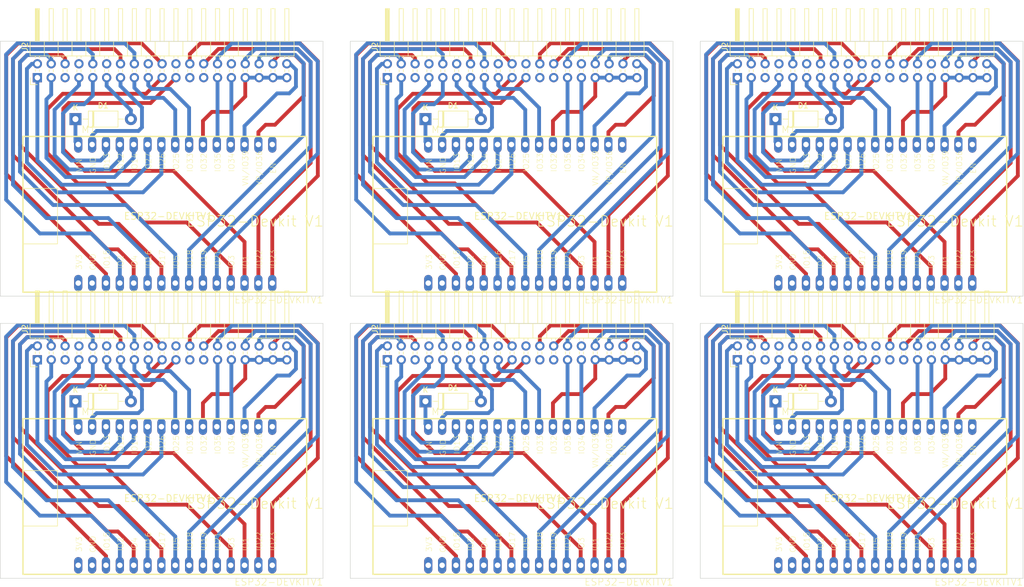
<source format=kicad_pcb>
(kicad_pcb (version 20221018) (generator pcbnew)
  (layers (0 "F.Cu" signal) (31 "B.Cu" signal) (34 "B.Paste" user) (35 "F.Paste" user) (36 "B.SilkS" user "B.Silkscreen") (37 "F.SilkS" user "F.Silkscreen") (38 "B.Mask" user) (39 "F.Mask" user) (44 "Edge.Cuts" user))
  (net 0 "")
  (net 1 "Board_0-+3V3")
  (net 2 "Board_0-GND")
  (net 3 "Board_0-HD_PWM")
  (net 4 "Board_0-I_SENS")
  (net 5 "Board_0-L_ANK_PWM")
  (net 6 "Board_0-L_ELB_PWM")
  (net 7 "Board_0-L_FT_ANGLE")
  (net 8 "Board_0-L_FT_PWM")
  (net 9 "Board_0-L_HP_PWM")
  (net 10 "Board_0-L_KN_PWM")
  (net 11 "Board_0-L_SH_PWM")
  (net 12 "Board_0-L_TG_PWM")
  (net 13 "Board_0-L_TX_PWM")
  (net 14 "Board_0-MAIN_RX")
  (net 15 "Board_0-MAIN_TX")
  (net 16 "Board_0-Net-(D1-K)")
  (net 17 "Board_0-R_ANK_PWM")
  (net 18 "Board_0-R_ELB_PWM")
  (net 19 "Board_0-R_FT_ANGLE")
  (net 20 "Board_0-R_FT_PWM")
  (net 21 "Board_0-R_HP_PWM")
  (net 22 "Board_0-R_KN_PWM")
  (net 23 "Board_0-R_SH_PWM")
  (net 24 "Board_0-R_TG_PWM")
  (net 25 "Board_0-R_TX_PWM")
  (net 26 "Board_0-SCL")
  (net 27 "Board_0-SDA")
  (net 28 "Board_0-SERVO_CONTROL")
  (net 29 "Board_0-SERVO_VCC")
  (net 30 "Board_0-SHUTOFF")
  (net 31 "Board_0-unconnected-(J2-Pin_12-Pad12)")
  (net 32 "Board_0-unconnected-(J2-Pin_18-Pad18)")
  (net 33 "Board_0-unconnected-(J2-Pin_22-Pad22)")
  (net 34 "Board_0-unconnected-(J2-Pin_30-Pad30)")
  (net 35 "Board_0-unconnected-(J2-Pin_5-Pad5)")
  (net 36 "Board_0-unconnected-(J2-Pin_8-Pad8)")
  (net 37 "Board_0-unconnected-(M1-GND-PadGND@2)")
  (net 38 "Board_0-unconnected-(M1-Pad3V3)")
  (net 39 "Board_0-unconnected-(M1-PadEN)")
  (net 40 "Board_1-+3V3")
  (net 41 "Board_1-GND")
  (net 42 "Board_1-HD_PWM")
  (net 43 "Board_1-I_SENS")
  (net 44 "Board_1-L_ANK_PWM")
  (net 45 "Board_1-L_ELB_PWM")
  (net 46 "Board_1-L_FT_ANGLE")
  (net 47 "Board_1-L_FT_PWM")
  (net 48 "Board_1-L_HP_PWM")
  (net 49 "Board_1-L_KN_PWM")
  (net 50 "Board_1-L_SH_PWM")
  (net 51 "Board_1-L_TG_PWM")
  (net 52 "Board_1-L_TX_PWM")
  (net 53 "Board_1-MAIN_RX")
  (net 54 "Board_1-MAIN_TX")
  (net 55 "Board_1-Net-(D1-K)")
  (net 56 "Board_1-R_ANK_PWM")
  (net 57 "Board_1-R_ELB_PWM")
  (net 58 "Board_1-R_FT_ANGLE")
  (net 59 "Board_1-R_FT_PWM")
  (net 60 "Board_1-R_HP_PWM")
  (net 61 "Board_1-R_KN_PWM")
  (net 62 "Board_1-R_SH_PWM")
  (net 63 "Board_1-R_TG_PWM")
  (net 64 "Board_1-R_TX_PWM")
  (net 65 "Board_1-SCL")
  (net 66 "Board_1-SDA")
  (net 67 "Board_1-SERVO_CONTROL")
  (net 68 "Board_1-SERVO_VCC")
  (net 69 "Board_1-SHUTOFF")
  (net 70 "Board_1-unconnected-(J2-Pin_12-Pad12)")
  (net 71 "Board_1-unconnected-(J2-Pin_18-Pad18)")
  (net 72 "Board_1-unconnected-(J2-Pin_22-Pad22)")
  (net 73 "Board_1-unconnected-(J2-Pin_30-Pad30)")
  (net 74 "Board_1-unconnected-(J2-Pin_5-Pad5)")
  (net 75 "Board_1-unconnected-(J2-Pin_8-Pad8)")
  (net 76 "Board_1-unconnected-(M1-GND-PadGND@2)")
  (net 77 "Board_1-unconnected-(M1-Pad3V3)")
  (net 78 "Board_1-unconnected-(M1-PadEN)")
  (net 79 "Board_2-+3V3")
  (net 80 "Board_2-GND")
  (net 81 "Board_2-HD_PWM")
  (net 82 "Board_2-I_SENS")
  (net 83 "Board_2-L_ANK_PWM")
  (net 84 "Board_2-L_ELB_PWM")
  (net 85 "Board_2-L_FT_ANGLE")
  (net 86 "Board_2-L_FT_PWM")
  (net 87 "Board_2-L_HP_PWM")
  (net 88 "Board_2-L_KN_PWM")
  (net 89 "Board_2-L_SH_PWM")
  (net 90 "Board_2-L_TG_PWM")
  (net 91 "Board_2-L_TX_PWM")
  (net 92 "Board_2-MAIN_RX")
  (net 93 "Board_2-MAIN_TX")
  (net 94 "Board_2-Net-(D1-K)")
  (net 95 "Board_2-R_ANK_PWM")
  (net 96 "Board_2-R_ELB_PWM")
  (net 97 "Board_2-R_FT_ANGLE")
  (net 98 "Board_2-R_FT_PWM")
  (net 99 "Board_2-R_HP_PWM")
  (net 100 "Board_2-R_KN_PWM")
  (net 101 "Board_2-R_SH_PWM")
  (net 102 "Board_2-R_TG_PWM")
  (net 103 "Board_2-R_TX_PWM")
  (net 104 "Board_2-SCL")
  (net 105 "Board_2-SDA")
  (net 106 "Board_2-SERVO_CONTROL")
  (net 107 "Board_2-SERVO_VCC")
  (net 108 "Board_2-SHUTOFF")
  (net 109 "Board_2-unconnected-(J2-Pin_12-Pad12)")
  (net 110 "Board_2-unconnected-(J2-Pin_18-Pad18)")
  (net 111 "Board_2-unconnected-(J2-Pin_22-Pad22)")
  (net 112 "Board_2-unconnected-(J2-Pin_30-Pad30)")
  (net 113 "Board_2-unconnected-(J2-Pin_5-Pad5)")
  (net 114 "Board_2-unconnected-(J2-Pin_8-Pad8)")
  (net 115 "Board_2-unconnected-(M1-GND-PadGND@2)")
  (net 116 "Board_2-unconnected-(M1-Pad3V3)")
  (net 117 "Board_2-unconnected-(M1-PadEN)")
  (net 118 "Board_3-+3V3")
  (net 119 "Board_3-GND")
  (net 120 "Board_3-HD_PWM")
  (net 121 "Board_3-I_SENS")
  (net 122 "Board_3-L_ANK_PWM")
  (net 123 "Board_3-L_ELB_PWM")
  (net 124 "Board_3-L_FT_ANGLE")
  (net 125 "Board_3-L_FT_PWM")
  (net 126 "Board_3-L_HP_PWM")
  (net 127 "Board_3-L_KN_PWM")
  (net 128 "Board_3-L_SH_PWM")
  (net 129 "Board_3-L_TG_PWM")
  (net 130 "Board_3-L_TX_PWM")
  (net 131 "Board_3-MAIN_RX")
  (net 132 "Board_3-MAIN_TX")
  (net 133 "Board_3-Net-(D1-K)")
  (net 134 "Board_3-R_ANK_PWM")
  (net 135 "Board_3-R_ELB_PWM")
  (net 136 "Board_3-R_FT_ANGLE")
  (net 137 "Board_3-R_FT_PWM")
  (net 138 "Board_3-R_HP_PWM")
  (net 139 "Board_3-R_KN_PWM")
  (net 140 "Board_3-R_SH_PWM")
  (net 141 "Board_3-R_TG_PWM")
  (net 142 "Board_3-R_TX_PWM")
  (net 143 "Board_3-SCL")
  (net 144 "Board_3-SDA")
  (net 145 "Board_3-SERVO_CONTROL")
  (net 146 "Board_3-SERVO_VCC")
  (net 147 "Board_3-SHUTOFF")
  (net 148 "Board_3-unconnected-(J2-Pin_12-Pad12)")
  (net 149 "Board_3-unconnected-(J2-Pin_18-Pad18)")
  (net 150 "Board_3-unconnected-(J2-Pin_22-Pad22)")
  (net 151 "Board_3-unconnected-(J2-Pin_30-Pad30)")
  (net 152 "Board_3-unconnected-(J2-Pin_5-Pad5)")
  (net 153 "Board_3-unconnected-(J2-Pin_8-Pad8)")
  (net 154 "Board_3-unconnected-(M1-GND-PadGND@2)")
  (net 155 "Board_3-unconnected-(M1-Pad3V3)")
  (net 156 "Board_3-unconnected-(M1-PadEN)")
  (net 157 "Board_4-+3V3")
  (net 158 "Board_4-GND")
  (net 159 "Board_4-HD_PWM")
  (net 160 "Board_4-I_SENS")
  (net 161 "Board_4-L_ANK_PWM")
  (net 162 "Board_4-L_ELB_PWM")
  (net 163 "Board_4-L_FT_ANGLE")
  (net 164 "Board_4-L_FT_PWM")
  (net 165 "Board_4-L_HP_PWM")
  (net 166 "Board_4-L_KN_PWM")
  (net 167 "Board_4-L_SH_PWM")
  (net 168 "Board_4-L_TG_PWM")
  (net 169 "Board_4-L_TX_PWM")
  (net 170 "Board_4-MAIN_RX")
  (net 171 "Board_4-MAIN_TX")
  (net 172 "Board_4-Net-(D1-K)")
  (net 173 "Board_4-R_ANK_PWM")
  (net 174 "Board_4-R_ELB_PWM")
  (net 175 "Board_4-R_FT_ANGLE")
  (net 176 "Board_4-R_FT_PWM")
  (net 177 "Board_4-R_HP_PWM")
  (net 178 "Board_4-R_KN_PWM")
  (net 179 "Board_4-R_SH_PWM")
  (net 180 "Board_4-R_TG_PWM")
  (net 181 "Board_4-R_TX_PWM")
  (net 182 "Board_4-SCL")
  (net 183 "Board_4-SDA")
  (net 184 "Board_4-SERVO_CONTROL")
  (net 185 "Board_4-SERVO_VCC")
  (net 186 "Board_4-SHUTOFF")
  (net 187 "Board_4-unconnected-(J2-Pin_12-Pad12)")
  (net 188 "Board_4-unconnected-(J2-Pin_18-Pad18)")
  (net 189 "Board_4-unconnected-(J2-Pin_22-Pad22)")
  (net 190 "Board_4-unconnected-(J2-Pin_30-Pad30)")
  (net 191 "Board_4-unconnected-(J2-Pin_5-Pad5)")
  (net 192 "Board_4-unconnected-(J2-Pin_8-Pad8)")
  (net 193 "Board_4-unconnected-(M1-GND-PadGND@2)")
  (net 194 "Board_4-unconnected-(M1-Pad3V3)")
  (net 195 "Board_4-unconnected-(M1-PadEN)")
  (net 196 "Board_5-+3V3")
  (net 197 "Board_5-GND")
  (net 198 "Board_5-HD_PWM")
  (net 199 "Board_5-I_SENS")
  (net 200 "Board_5-L_ANK_PWM")
  (net 201 "Board_5-L_ELB_PWM")
  (net 202 "Board_5-L_FT_ANGLE")
  (net 203 "Board_5-L_FT_PWM")
  (net 204 "Board_5-L_HP_PWM")
  (net 205 "Board_5-L_KN_PWM")
  (net 206 "Board_5-L_SH_PWM")
  (net 207 "Board_5-L_TG_PWM")
  (net 208 "Board_5-L_TX_PWM")
  (net 209 "Board_5-MAIN_RX")
  (net 210 "Board_5-MAIN_TX")
  (net 211 "Board_5-Net-(D1-K)")
  (net 212 "Board_5-R_ANK_PWM")
  (net 213 "Board_5-R_ELB_PWM")
  (net 214 "Board_5-R_FT_ANGLE")
  (net 215 "Board_5-R_FT_PWM")
  (net 216 "Board_5-R_HP_PWM")
  (net 217 "Board_5-R_KN_PWM")
  (net 218 "Board_5-R_SH_PWM")
  (net 219 "Board_5-R_TG_PWM")
  (net 220 "Board_5-R_TX_PWM")
  (net 221 "Board_5-SCL")
  (net 222 "Board_5-SDA")
  (net 223 "Board_5-SERVO_CONTROL")
  (net 224 "Board_5-SERVO_VCC")
  (net 225 "Board_5-SHUTOFF")
  (net 226 "Board_5-unconnected-(J2-Pin_12-Pad12)")
  (net 227 "Board_5-unconnected-(J2-Pin_18-Pad18)")
  (net 228 "Board_5-unconnected-(J2-Pin_22-Pad22)")
  (net 229 "Board_5-unconnected-(J2-Pin_30-Pad30)")
  (net 230 "Board_5-unconnected-(J2-Pin_5-Pad5)")
  (net 231 "Board_5-unconnected-(J2-Pin_8-Pad8)")
  (net 232 "Board_5-unconnected-(M1-GND-PadGND@2)")
  (net 233 "Board_5-unconnected-(M1-Pad3V3)")
  (net 234 "Board_5-unconnected-(M1-PadEN)")
  (footprint "Ben_modules:ESP32-DEVKITV1" (layer "F.Cu") (at 149.735 103.78)
    (fp_text reference "M1")
    (fp_text value "ESP32-DEVKITV1")
  )
  (footprint "Diode_THT:D_DO-41_SOD81_P10.16mm_Horizontal" (layer "F.Cu") (at 132.705 85.99)
    (fp_text reference "D1")
    (fp_text value "1N4007")
  )
  (footprint "Connector_PinHeader_2.54mm:PinHeader_2x19_P2.54mm_Horizontal" (layer "F.Cu") (at 189.87516 26.67434 90)
    (fp_text reference "J2")
    (fp_text value "Conn_02x19_Odd_Even")
  )
  (footprint "Connector_PinHeader_2.54mm:PinHeader_2x19_P2.54mm_Horizontal" (layer "F.Cu") (at 61.57516 78.39434 90)
    (fp_text reference "J2")
    (fp_text value "Conn_02x19_Odd_Even")
  )
  (footprint "Ben_modules:ESP32-DEVKITV1" (layer "F.Cu") (at 85.585 52.06)
    (fp_text reference "M1")
    (fp_text value "ESP32-DEVKITV1")
  )
  (footprint "Diode_THT:D_DO-41_SOD81_P10.16mm_Horizontal" (layer "F.Cu") (at 132.705 34.27)
    (fp_text reference "D1")
    (fp_text value "1N4007")
  )
  (footprint "Diode_THT:D_DO-41_SOD81_P10.16mm_Horizontal" (layer "F.Cu") (at 68.555 85.99)
    (fp_text reference "D1")
    (fp_text value "1N4007")
  )
  (footprint "Connector_PinHeader_2.54mm:PinHeader_2x19_P2.54mm_Horizontal" (layer "F.Cu") (at 125.72516 78.39434 90)
    (fp_text reference "J2")
    (fp_text value "Conn_02x19_Odd_Even")
  )
  (footprint "Connector_PinHeader_2.54mm:PinHeader_2x19_P2.54mm_Horizontal" (layer "F.Cu") (at 61.57516 26.67434 90)
    (fp_text reference "J2")
    (fp_text value "Conn_02x19_Odd_Even")
  )
  (footprint "Diode_THT:D_DO-41_SOD81_P10.16mm_Horizontal" (layer "F.Cu") (at 196.855 34.27)
    (fp_text reference "D1")
    (fp_text value "1N4007")
  )
  (footprint "Ben_modules:ESP32-DEVKITV1" (layer "F.Cu") (at 213.885 52.06)
    (fp_text reference "M1")
    (fp_text value "ESP32-DEVKITV1")
  )
  (footprint "Diode_THT:D_DO-41_SOD81_P10.16mm_Horizontal" (layer "F.Cu") (at 196.855 85.99)
    (fp_text reference "D1")
    (fp_text value "1N4007")
  )
  (footprint "Connector_PinHeader_2.54mm:PinHeader_2x19_P2.54mm_Horizontal" (layer "F.Cu") (at 189.87516 78.39434 90)
    (fp_text reference "J2")
    (fp_text value "Conn_02x19_Odd_Even")
  )
  (footprint "Connector_PinHeader_2.54mm:PinHeader_2x19_P2.54mm_Horizontal" (layer "F.Cu") (at 125.72516 26.67434 90)
    (fp_text reference "J2")
    (fp_text value "Conn_02x19_Odd_Even")
  )
  (footprint "Ben_modules:ESP32-DEVKITV1" (layer "F.Cu") (at 85.585 103.78)
    (fp_text reference "M1")
    (fp_text value "ESP32-DEVKITV1")
  )
  (footprint "Ben_modules:ESP32-DEVKITV1" (layer "F.Cu") (at 213.885 103.78)
    (fp_text reference "M1")
    (fp_text value "ESP32-DEVKITV1")
  )
  (footprint "Diode_THT:D_DO-41_SOD81_P10.16mm_Horizontal" (layer "F.Cu") (at 68.555 34.27)
    (fp_text reference "D1")
    (fp_text value "1N4007")
  )
  (footprint "Ben_modules:ESP32-DEVKITV1" (layer "F.Cu") (at 149.735 52.06)
    (fp_text reference "M1")
    (fp_text value "ESP32-DEVKITV1")
  )
  (gr_line (start 183.075 20) (end 183.075 66.72) (stroke (width 0.1)) (layer "Edge.Cuts"))
  (gr_line (start 118.925 66.72) (end 118.925 66.72) (stroke (width 0.1)) (layer "Edge.Cuts"))
  (gr_line (start 113.925 66.72) (end 113.925 20) (stroke (width 0.1)) (layer "Edge.Cuts"))
  (gr_line (start 178.075 71.72) (end 118.925 71.72) (stroke (width 0.1)) (layer "Edge.Cuts"))
  (gr_line (start 113.925 118.44) (end 113.925 71.72) (stroke (width 0.1)) (layer "Edge.Cuts"))
  (gr_line (start 178.075 20) (end 118.925 20) (stroke (width 0.1)) (layer "Edge.Cuts"))
  (gr_line (start 183.075 71.72) (end 183.075 118.44) (stroke (width 0.1)) (layer "Edge.Cuts"))
  (gr_line (start 54.775 66.72) (end 113.925 66.72) (stroke (width 0.1)) (layer "Edge.Cuts"))
  (gr_line (start 118.925 118.44) (end 178.075 118.44) (stroke (width 0.1)) (layer "Edge.Cuts"))
  (gr_line (start 242.225 71.72) (end 183.075 71.72) (stroke (width 0.1)) (layer "Edge.Cuts"))
  (gr_line (start 118.925 118.44) (end 118.925 118.44) (stroke (width 0.1)) (layer "Edge.Cuts"))
  (gr_line (start 113.925 71.72) (end 54.775 71.72) (stroke (width 0.1)) (layer "Edge.Cuts"))
  (gr_line (start 54.775 20) (end 54.775 66.72) (stroke (width 0.1)) (layer "Edge.Cuts"))
  (gr_line (start 183.075 20) (end 183.075 20) (stroke (width 0.1)) (layer "Edge.Cuts"))
  (gr_line (start 242.225 118.44) (end 242.225 118.44) (stroke (width 0.1)) (layer "Edge.Cuts"))
  (gr_line (start 118.925 66.72) (end 178.075 66.72) (stroke (width 0.1)) (layer "Edge.Cuts"))
  (gr_line (start 242.225 118.44) (end 242.225 71.72) (stroke (width 0.1)) (layer "Edge.Cuts"))
  (gr_line (start 178.075 118.44) (end 178.075 71.72) (stroke (width 0.1)) (layer "Edge.Cuts"))
  (gr_line (start 183.075 118.44) (end 242.225 118.44) (stroke (width 0.1)) (layer "Edge.Cuts"))
  (gr_line (start 118.925 71.72) (end 118.925 118.44) (stroke (width 0.1)) (layer "Edge.Cuts"))
  (gr_line (start 178.075 66.72) (end 178.075 20) (stroke (width 0.1)) (layer "Edge.Cuts"))
  (gr_line (start 113.925 20) (end 54.775 20) (stroke (width 0.1)) (layer "Edge.Cuts"))
  (gr_line (start 118.925 20) (end 118.925 66.72) (stroke (width 0.1)) (layer "Edge.Cuts"))
  (gr_line (start 54.775 118.44) (end 113.925 118.44) (stroke (width 0.1)) (layer "Edge.Cuts"))
  (gr_line (start 242.225 20) (end 183.075 20) (stroke (width 0.1)) (layer "Edge.Cuts"))
  (gr_line (start 54.775 118.44) (end 54.775 118.44) (stroke (width 0.1)) (layer "Edge.Cuts"))
  (gr_line (start 242.225 66.72) (end 242.225 20) (stroke (width 0.1)) (layer "Edge.Cuts"))
  (gr_line (start 183.075 66.72) (end 242.225 66.72) (stroke (width 0.1)) (layer "Edge.Cuts"))
  (gr_line (start 113.925 66.72) (end 113.925 66.72) (stroke (width 0.1)) (layer "Edge.Cuts"))
  (gr_line (start 54.775 71.72) (end 54.775 118.44) (stroke (width 0.1)) (layer "Edge.Cuts"))
  (segment (start 72.435 36.44) (end 71.60738 37.26762) (width 0.7) (layer "B.Cu") (net 2))
  (segment (start 80.095 36.44) (end 72.435 36.44) (width 0.7) (layer "B.Cu") (net 2))
  (segment (start 80.745 35.79) (end 80.095 36.44) (width 0.7) (layer "B.Cu") (net 2))
  (segment (start 76.81516 28.21016) (end 80.745 32.14) (width 0.7) (layer "B.Cu") (net 2))
  (segment (start 76.81516 26.67434) (end 76.81516 28.21016) (width 0.7) (layer "B.Cu") (net 2))
  (segment (start 80.745 32.14) (end 80.745 35.79) (width 0.7) (layer "B.Cu") (net 2))
  (segment (start 71.60738 37.26762) (end 71.60738 38.92566) (width 0.7) (layer "B.Cu") (net 2))
  (segment (start 94.59516 26.67434) (end 94.59516 38.79534) (width 0.7) (layer "B.Cu") (net 4))
  (segment (start 94.545 38.8455) (end 94.46484 38.92566) (width 0.7) (layer "B.Cu") (net 4))
  (segment (start 94.59516 38.79534) (end 94.46484 38.92566) (width 0.7) (layer "B.Cu") (net 4))
  (segment (start 78.305 46.3) (end 81.76738 42.83762) (width 0.7) (layer "B.Cu") (net 5))
  (segment (start 61.57516 41.85016) (end 66.025 46.3) (width 0.7) (layer "B.Cu") (net 5))
  (segment (start 81.76738 42.83762) (end 81.76738 38.92566) (width 0.7) (layer "B.Cu") (net 5))
  (segment (start 66.025 46.3) (end 78.305 46.3) (width 0.7) (layer "B.Cu") (net 5))
  (segment (start 61.57516 26.67434) (end 61.57516 41.85016) (width 0.7) (layer "B.Cu") (net 5))
  (segment (start 81.76738 59.59238) (end 81.76738 64.3282) (width 0.7) (layer "B.Cu") (net 6))
  (segment (start 71.73516 22.41016) (end 70.765 21.44) (width 0.7) (layer "B.Cu") (net 6))
  (segment (start 70.765 21.44) (end 58.895 21.44) (width 0.7) (layer "B.Cu") (net 6))
  (segment (start 57.105 46.28) (end 63.235 52.41) (width 0.7) (layer "B.Cu") (net 6))
  (segment (start 58.895 21.44) (end 57.105 23.23) (width 0.7) (layer "B.Cu") (net 6))
  (segment (start 71.73516 24.13434) (end 71.73516 22.41016) (width 0.7) (layer "B.Cu") (net 6))
  (segment (start 63.235 52.41) (end 74.585 52.41) (width 0.7) (layer "B.Cu") (net 6))
  (segment (start 57.105 23.23) (end 57.105 46.28) (width 0.7) (layer "B.Cu") (net 6))
  (segment (start 74.585 52.41) (end 81.76738 59.59238) (width 0.7) (layer "B.Cu") (net 6))
  (segment (start 107.29516 24.13434) (end 107.88934 24.13434) (width 0.7) (layer "B.Cu") (net 7))
  (segment (start 105.52066 29.55434) (end 99.54484 35.53016) (width 0.7) (layer "B.Cu") (net 7))
  (segment (start 107.88934 24.13434) (end 108.965 25.21) (width 0.7) (layer "B.Cu") (net 7))
  (segment (start 107.74516 29.55434) (end 105.52066 29.55434) (width 0.7) (layer "B.Cu") (net 7))
  (segment (start 108.965 28.3345) (end 107.74516 29.55434) (width 0.7) (layer "B.Cu") (net 7))
  (segment (start 108.965 25.21) (end 108.965 28.3345) (width 0.7) (layer "B.Cu") (net 7))
  (segment (start 99.54484 35.53016) (end 99.54484 38.92566) (width 0.7) (layer "B.Cu") (net 7))
  (segment (start 65.135 47.69) (end 80.945 47.69) (width 0.7) (layer "B.Cu") (net 8))
  (segment (start 61.57516 24.13434) (end 60.57066 24.13434) (width 0.7) (layer "B.Cu") (net 8))
  (segment (start 84.30738 44.32762) (end 84.30738 38.92566) (width 0.7) (layer "B.Cu") (net 8))
  (segment (start 59.655 25.05) (end 59.655 42.21) (width 0.7) (layer "B.Cu") (net 8))
  (segment (start 80.945 47.69) (end 84.30738 44.32762) (width 0.7) (layer "B.Cu") (net 8))
  (segment (start 60.57066 24.13434) (end 59.655 25.05) (width 0.7) (layer "B.Cu") (net 8))
  (segment (start 59.655 42.21) (end 65.135 47.69) (width 0.7) (layer "B.Cu") (net 8))
  (segment (start 70.155 31.55) (end 67.935 31.55) (width 0.7) (layer "B.Cu") (net 9))
  (segment (start 74.14738 40.86762) (end 74.14738 38.92566) (width 0.7) (layer "B.Cu") (net 9))
  (segment (start 67.815 41.86) (end 73.155 41.86) (width 0.7) (layer "B.Cu") (net 9))
  (segment (start 67.935 31.55) (end 66.275 33.21) (width 0.7) (layer "B.Cu") (net 9))
  (segment (start 66.275 40.32) (end 67.815 41.86) (width 0.7) (layer "B.Cu") (net 9))
  (segment (start 66.275 33.21) (end 66.275 40.32) (width 0.7) (layer "B.Cu") (net 9))
  (segment (start 71.73516 26.67434) (end 71.73516 29.96984) (width 0.7) (layer "B.Cu") (net 9))
  (segment (start 73.155 41.86) (end 74.14738 40.86762) (width 0.7) (layer "B.Cu") (net 9))
  (segment (start 71.73516 29.96984) (end 70.155 31.55) (width 0.7) (layer "B.Cu") (net 9))
  (segment (start 66.745 44.89) (end 63.235 41.38) (width 0.7) (layer "B.Cu") (net 10))
  (segment (start 79.22738 38.92566) (end 79.22738 41.38762) (width 0.7) (layer "B.Cu") (net 10))
  (segment (start 79.22738 41.38762) (end 75.725 44.89) (width 0.7) (layer "B.Cu") (net 10))
  (segment (start 75.725 44.89) (end 66.745 44.89) (width 0.7) (layer "B.Cu") (net 10))
  (segment (start 64.11516 29.77984) (end 64.11516 26.67434) (width 0.7) (layer "B.Cu") (net 10))
  (segment (start 63.235 41.38) (end 63.235 30.66) (width 0.7) (layer "B.Cu") (net 10))
  (segment (start 63.235 30.66) (end 64.11516 29.77984) (width 0.7) (layer "B.Cu") (net 10))
  (segment (start 66.035 22.51) (end 59.715 22.51) (width 0.7) (layer "F.Cu") (net 11))
  (segment (start 58.385 39.03) (end 72.825 53.47) (width 0.7) (layer "F.Cu") (net 11))
  (segment (start 58.385 23.84) (end 58.385 39.03) (width 0.7) (layer "F.Cu") (net 11))
  (segment (start 84.30738 61.29238) (end 84.30738 64.3282) (width 0.7) (layer "F.Cu") (net 11))
  (segment (start 76.485 53.47) (end 84.30738 61.29238) (width 0.7) (layer "F.Cu") (net 11))
  (segment (start 66.65516 24.13434) (end 66.65516 23.13016) (width 0.7) (layer "F.Cu") (net 11))
  (segment (start 72.825 53.47) (end 76.485 53.47) (width 0.7) (layer "F.Cu") (net 11))
  (segment (start 59.715 22.51) (end 58.385 23.84) (width 0.7) (layer "F.Cu") (net 11))
  (segment (start 66.65516 23.13016) (end 66.035 22.51) (width 0.7) (layer "F.Cu") (net 11))
  (segment (start 76.68738 41.59762) (end 76.68738 38.92566) (width 0.7) (layer "B.Cu") (net 12))
  (segment (start 64.735 32.545786) (end 64.735 40.91) (width 0.7) (layer "B.Cu") (net 12))
  (segment (start 74.775 43.51) (end 76.68738 41.59762) (width 0.7) (layer "B.Cu") (net 12))
  (segment (start 69.19516 28.085626) (end 64.735 32.545786) (width 0.7) (layer "B.Cu") (net 12))
  (segment (start 64.735 40.91) (end 67.335 43.51) (width 0.7) (layer "B.Cu") (net 12))
  (segment (start 67.335 43.51) (end 74.775 43.51) (width 0.7) (layer "B.Cu") (net 12))
  (segment (start 69.19516 26.67434) (end 69.19516 28.085626) (width 0.7) (layer "B.Cu") (net 12))
  (segment (start 86.84484 59.03984) (end 86.84484 64.3282) (width 0.7) (layer "B.Cu") (net 13))
  (segment (start 64.475 50.01) (end 77.815 50.01) (width 0.7) (layer "B.Cu") (net 13))
  (segment (start 58.385 23.85) (end 58.385 43.92) (width 0.7) (layer "B.Cu") (net 13))
  (segment (start 63.315 22.52) (end 59.715 22.52) (width 0.7) (layer "B.Cu") (net 13))
  (segment (start 64.11516 24.13434) (end 64.11516 23.32016) (width 0.7) (layer "B.Cu") (net 13))
  (segment (start 58.385 43.92) (end 64.475 50.01) (width 0.7) (layer "B.Cu") (net 13))
  (segment (start 77.815 50.01) (end 86.84484 59.03984) (width 0.7) (layer "B.Cu") (net 13))
  (segment (start 64.11516 23.32016) (end 63.315 22.52) (width 0.7) (layer "B.Cu") (net 13))
  (segment (start 59.715 22.52) (end 58.385 23.85) (width 0.7) (layer "B.Cu") (net 13))
  (segment (start 88.965 53.22) (end 97.00484 61.25984) (width 0.7) (layer "F.Cu") (net 14))
  (segment (start 68.975 46.05) (end 73.915 46.05) (width 0.7) (layer "F.Cu") (net 14))
  (segment (start 97.00484 61.25984) (end 97.00484 64.3282) (width 0.7) (layer "F.Cu") (net 14))
  (segment (start 63.425 40.5) (end 68.975 46.05) (width 0.7) (layer "F.Cu") (net 14))
  (segment (start 63.425 32.43) (end 63.425 40.5) (width 0.7) (layer "F.Cu") (net 14))
  (segment (start 66.225 29.63) (end 63.425 32.43) (width 0.7) (layer "F.Cu") (net 14))
  (segment (start 81.4795 29.63) (end 66.225 29.63) (width 0.7) (layer "F.Cu") (net 14))
  (segment (start 73.915 46.05) (end 81.085 53.22) (width 0.7) (layer "F.Cu") (net 14))
  (segment (start 84.43516 26.67434) (end 81.4795 29.63) (width 0.7) (layer "F.Cu") (net 14))
  (segment (start 81.085 53.22) (end 88.965 53.22) (width 0.7) (layer "F.Cu") (net 14))
  (segment (start 99.54484 56.77984) (end 99.54484 64.3282) (width 0.7) (layer "F.Cu") (net 15))
  (segment (start 66.335 32.31) (end 66.335 39.82) (width 0.7) (layer "F.Cu") (net 15))
  (segment (start 82.3295 31.32) (end 67.325 31.32) (width 0.7) (layer "F.Cu") (net 15))
  (segment (start 70.275 43.76) (end 86.525 43.76) (width 0.7) (layer "F.Cu") (net 15))
  (segment (start 86.97516 26.67434) (end 82.3295 31.32) (width 0.7) (layer "F.Cu") (net 15))
  (segment (start 66.335 39.82) (end 70.275 43.76) (width 0.7) (layer "F.Cu") (net 15))
  (segment (start 67.325 31.32) (end 66.335 32.31) (width 0.7) (layer "F.Cu") (net 15))
  (segment (start 86.525 43.76) (end 99.54484 56.77984) (width 0.7) (layer "F.Cu") (net 15))
  (segment (start 68.555 38.41328) (end 69.06738 38.92566) (width 0.7) (layer "B.Cu") (net 16))
  (segment (start 69.06738 38.92566) (end 69.04738 38.90566) (width 0.7) (layer "B.Cu") (net 16))
  (segment (start 68.555 34.27) (end 68.555 38.41328) (width 0.7) (layer "B.Cu") (net 16))
  (segment (start 111.665 23.81) (end 109.255 21.4) (width 0.7) (layer "F.Cu") (net 17))
  (segment (start 94.7895 21.4) (end 92.05516 24.13434) (width 0.7) (layer "F.Cu") (net 17))
  (segment (start 102.08484 64.3282) (end 102.08484 51.87016) (width 0.7) (layer "F.Cu") (net 17))
  (segment (start 109.255 21.4) (end 94.7895 21.4) (width 0.7) (layer "F.Cu") (net 17))
  (segment (start 111.665 42.29) (end 111.665 23.81) (width 0.7) (layer "F.Cu") (net 17))
  (segment (start 102.08484 51.87016) (end 111.665 42.29) (width 0.7) (layer "F.Cu") (net 17))
  (segment (start 84.43516 24.13434) (end 80.68082 20.38) (width 0.7) (layer "F.Cu") (net 18))
  (segment (start 55.865 44.334214) (end 74.14738 62.616594) (width 0.7) (layer "F.Cu") (net 18))
  (segment (start 55.865 22.57) (end 55.865 44.334214) (width 0.7) (layer "F.Cu") (net 18))
  (segment (start 74.14738 62.616594) (end 74.14738 64.3282) (width 0.7) (layer "F.Cu") (net 18))
  (segment (start 80.68082 20.38) (end 58.055 20.38) (width 0.7) (layer "F.Cu") (net 18))
  (segment (start 58.055 20.38) (end 55.865 22.57) (width 0.7) (layer "F.Cu") (net 18))
  (segment (start 102.08484 38.92566) (end 102.08484 36.64016) (width 0.7) (layer "F.Cu") (net 19))
  (segment (start 102.08484 36.64016) (end 103.415 35.31) (width 0.7) (layer "F.Cu") (net 19))
  (segment (start 105.885 22.5) (end 104.75516 23.62984) (width 0.7) (layer "F.Cu") (net 19))
  (segment (start 105.1195 35.31) (end 110.405 30.0245) (width 0.7) (layer "F.Cu") (net 19))
  (segment (start 110.405 30.0245) (end 110.405 24.14) (width 0.7) (layer "F.Cu") (net 19))
  (segment (start 104.75516 23.62984) (end 104.75516 24.13434) (width 0.7) (layer "F.Cu") (net 19))
  (segment (start 110.405 24.14) (end 108.765 22.5) (width 0.7) (layer "F.Cu") (net 19))
  (segment (start 108.765 22.5) (end 105.885 22.5) (width 0.7) (layer "F.Cu") (net 19))
  (segment (start 103.415 35.31) (end 105.1195 35.31) (width 0.7) (layer "F.Cu") (net 19))
  (segment (start 104.62484 64.3282) (end 104.62484 53.02016) (width 0.7) (layer "F.Cu") (net 20))
  (segment (start 89.51516 22.33984) (end 89.51516 24.13434) (width 0.7) (layer "F.Cu") (net 20))
  (segment (start 91.475 20.38) (end 89.51516 22.33984) (width 0.7) (layer "F.Cu") (net 20))
  (segment (start 112.975 44.67) (end 112.975 23.63) (width 0.7) (layer "F.Cu") (net 20))
  (segment (start 112.975 23.63) (end 109.725 20.38) (width 0.7) (layer "F.Cu") (net 20))
  (segment (start 109.725 20.38) (end 91.475 20.38) (width 0.7) (layer "F.Cu") (net 20))
  (segment (start 104.62484 53.02016) (end 112.975 44.67) (width 0.7) (layer "F.Cu") (net 20))
  (segment (start 104.62484 64.3282) (end 104.85664 64.56) (width 0.7) (layer "B.Cu") (net 20))
  (segment (start 108.825 22.49) (end 102.657419 22.49) (width 0.7) (layer "B.Cu") (net 21))
  (segment (start 102.21516 22.932259) (end 102.21516 24.13434) (width 0.7) (layer "B.Cu") (net 21))
  (segment (start 110.355 37.23) (end 110.355 24.02) (width 0.7) (layer "B.Cu") (net 21))
  (segment (start 89.38484 64.3282) (end 89.38484 58.20016) (width 0.7) (layer "B.Cu") (net 21))
  (segment (start 102.657419 22.49) (end 102.21516 22.932259) (width 0.7) (layer "B.Cu") (net 21))
  (segment (start 110.355 24.02) (end 108.825 22.49) (width 0.7) (layer "B.Cu") (net 21))
  (segment (start 89.38484 58.20016) (end 110.355 37.23) (width 0.7) (layer "B.Cu") (net 21))
  (segment (start 112.965 23.69) (end 109.655 20.38) (width 0.7) (layer "B.Cu") (net 22))
  (segment (start 94.46484 59.09016) (end 112.965 40.59) (width 0.7) (layer "B.Cu") (net 22))
  (segment (start 109.655 20.38) (end 97.205 20.38) (width 0.7) (layer "B.Cu") (net 22))
  (segment (start 94.46484 64.3282) (end 94.46484 59.09016) (width 0.7) (layer "B.Cu") (net 22))
  (segment (start 97.205 20.38) (end 94.59516 22.98984) (width 0.7) (layer "B.Cu") (net 22))
  (segment (start 112.965 40.59) (end 112.965 23.69) (width 0.7) (layer "B.Cu") (net 22))
  (segment (start 94.59516 22.98984) (end 94.59516 24.13434) (width 0.7) (layer "B.Cu") (net 22))
  (segment (start 71.435 55.23) (end 76.68738 60.48238) (width 0.7) (layer "B.Cu") (net 23))
  (segment (start 76.68738 60.48238) (end 76.68738 64.3282) (width 0.7) (layer "B.Cu") (net 23))
  (segment (start 55.855 49.05) (end 62.035 55.23) (width 0.7) (layer "B.Cu") (net 23))
  (segment (start 77.585 20.37) (end 57.905 20.37) (width 0.7) (layer "B.Cu") (net 23))
  (segment (start 79.35516 22.14016) (end 77.585 20.37) (width 0.7) (layer "B.Cu") (net 23))
  (segment (start 55.855 22.42) (end 55.855 49.05) (width 0.7) (layer "B.Cu") (net 23))
  (segment (start 79.35516 24.13434) (end 79.35516 22.14016) (width 0.7) (layer "B.Cu") (net 23))
  (segment (start 62.035 55.23) (end 71.435 55.23) (width 0.7) (layer "B.Cu") (net 23))
  (segment (start 57.905 20.37) (end 55.855 22.42) (width 0.7) (layer "B.Cu") (net 23))
  (segment (start 99.5995 24.05868) (end 99.67516 24.13434) (width 0.7) (layer "F.Cu") (net 24))
  (segment (start 91.92484 59.02016) (end 111.665 39.28) (width 0.7) (layer "B.Cu") (net 24))
  (segment (start 111.665 39.28) (end 111.665 23.82) (width 0.7) (layer "B.Cu") (net 24))
  (segment (start 91.92484 64.3282) (end 91.92484 59.02016) (width 0.7) (layer "B.Cu") (net 24))
  (segment (start 111.665 23.82) (end 109.245 21.4) (width 0.7) (layer "B.Cu") (net 24))
  (segment (start 99.5995 23.3255) (end 99.5995 24.05868) (width 0.7) (layer "B.Cu") (net 24))
  (segment (start 109.245 21.4) (end 101.525 21.4) (width 0.7) (layer "B.Cu") (net 24))
  (segment (start 101.525 21.4) (end 99.5995 23.3255) (width 0.7) (layer "B.Cu") (net 24))
  (segment (start 57.105 40.87) (end 74.375 58.14) (width 0.7) (layer "F.Cu") (net 25))
  (segment (start 75.695 21.44) (end 58.905 21.44) (width 0.7) (layer "F.Cu") (net 25))
  (segment (start 57.105 23.24) (end 57.105 40.87) (width 0.7) (layer "F.Cu") (net 25))
  (segment (start 76.81516 22.56016) (end 75.695 21.44) (width 0.7) (layer "F.Cu") (net 25))
  (segment (start 74.375 58.14) (end 76.335 58.14) (width 0.7) (layer "F.Cu") (net 25))
  (segment (start 76.81516 24.13434) (end 76.81516 22.56016) (width 0.7) (layer "F.Cu") (net 25))
  (segment (start 76.335 58.14) (end 79.22738 61.03238) (width 0.7) (layer "F.Cu") (net 25))
  (segment (start 58.905 21.44) (end 57.105 23.24) (width 0.7) (layer "F.Cu") (net 25))
  (segment (start 79.22738 61.03238) (end 79.22738 64.3282) (width 0.7) (layer "F.Cu") (net 25))
  (segment (start 79.35516 28.53016) (end 81.195 30.37) (width 0.7) (layer "B.Cu") (net 26))
  (segment (start 79.35516 26.67434) (end 79.35516 28.53016) (width 0.7) (layer "B.Cu") (net 26))
  (segment (start 84.665 30.37) (end 86.84484 32.54984) (width 0.7) (layer "B.Cu") (net 26))
  (segment (start 81.195 30.37) (end 84.665 30.37) (width 0.7) (layer "B.Cu") (net 26))
  (segment (start 86.84484 32.54984) (end 86.84484 38.92566) (width 0.7) (layer "B.Cu") (net 26))
  (segment (start 85.925 28.74) (end 89.38484 32.19984) (width 0.7) (layer "B.Cu") (net 27))
  (segment (start 89.38484 32.19984) (end 89.38484 38.92566) (width 0.7) (layer "B.Cu") (net 27))
  (segment (start 81.89516 28.08016) (end 82.555 28.74) (width 0.7) (layer "B.Cu") (net 27))
  (segment (start 81.89516 26.67434) (end 81.89516 28.08016) (width 0.7) (layer "B.Cu") (net 27))
  (segment (start 82.555 28.74) (end 85.925 28.74) (width 0.7) (layer "B.Cu") (net 27))
  (segment (start 89.435 38.8755) (end 89.38484 38.92566) (width 0.7) (layer "B.Cu") (net 27))
  (segment (start 99.67516 26.67434) (end 99.67516 30.11984) (width 0.7) (layer "F.Cu") (net 28))
  (segment (start 93.565 32.95) (end 91.92484 34.59016) (width 0.7) (layer "F.Cu") (net 28))
  (segment (start 91.92484 34.59016) (end 91.92484 38.92566) (width 0.7) (layer "F.Cu") (net 28))
  (segment (start 99.67516 30.11984) (end 96.845 32.95) (width 0.7) (layer "F.Cu") (net 28))
  (segment (start 96.845 32.95) (end 93.565 32.95) (width 0.7) (layer "F.Cu") (net 28))
  (segment (start 107.29516 26.67434) (end 99.67516 26.67434) (width 0.7) (layer "B.Cu") (net 28))
  (segment (start 99.615 26.7345) (end 99.67516 26.67434) (width 0.7) (layer "B.Cu") (net 28))
  (segment (start 91.995 38.8555) (end 91.92484 38.92566) (width 0.7) (layer "B.Cu") (net 28))
  (segment (start 78.715 32.63968) (end 74.27516 28.19984) (width 0.7) (layer "B.Cu") (net 29))
  (segment (start 78.715 34.27) (end 78.715 32.63968) (width 0.7) (layer "B.Cu") (net 29))
  (segment (start 74.27516 26.67434) (end 74.27516 28.19984) (width 0.7) (layer "B.Cu") (net 29))
  (segment (start 97.13516 26.67434) (end 97.13516 38.79534) (width 0.7) (layer "B.Cu") (net 30))
  (segment (start 97.085 38.8455) (end 97.00484 38.92566) (width 0.7) (layer "B.Cu") (net 30))
  (segment (start 97.13516 38.79534) (end 97.00484 38.92566) (width 0.7) (layer "B.Cu") (net 30))
  (segment (start 136.585 36.44) (end 135.75738 37.26762) (width 0.7) (layer "B.Cu") (net 41))
  (segment (start 144.895 32.14) (end 144.895 35.79) (width 0.7) (layer "B.Cu") (net 41))
  (segment (start 144.245 36.44) (end 136.585 36.44) (width 0.7) (layer "B.Cu") (net 41))
  (segment (start 140.96516 26.67434) (end 140.96516 28.21016) (width 0.7) (layer "B.Cu") (net 41))
  (segment (start 140.96516 28.21016) (end 144.895 32.14) (width 0.7) (layer "B.Cu") (net 41))
  (segment (start 135.75738 37.26762) (end 135.75738 38.92566) (width 0.7) (layer "B.Cu") (net 41))
  (segment (start 144.895 35.79) (end 144.245 36.44) (width 0.7) (layer "B.Cu") (net 41))
  (segment (start 158.695 38.8455) (end 158.61484 38.92566) (width 0.7) (layer "B.Cu") (net 43))
  (segment (start 158.74516 26.67434) (end 158.74516 38.79534) (width 0.7) (layer "B.Cu") (net 43))
  (segment (start 158.74516 38.79534) (end 158.61484 38.92566) (width 0.7) (layer "B.Cu") (net 43))
  (segment (start 130.175 46.3) (end 142.455 46.3) (width 0.7) (layer "B.Cu") (net 44))
  (segment (start 125.72516 26.67434) (end 125.72516 41.85016) (width 0.7) (layer "B.Cu") (net 44))
  (segment (start 125.72516 41.85016) (end 130.175 46.3) (width 0.7) (layer "B.Cu") (net 44))
  (segment (start 142.455 46.3) (end 145.91738 42.83762) (width 0.7) (layer "B.Cu") (net 44))
  (segment (start 145.91738 42.83762) (end 145.91738 38.92566) (width 0.7) (layer "B.Cu") (net 44))
  (segment (start 145.91738 59.59238) (end 145.91738 64.3282) (width 0.7) (layer "B.Cu") (net 45))
  (segment (start 121.255 46.28) (end 127.385 52.41) (width 0.7) (layer "B.Cu") (net 45))
  (segment (start 135.88516 24.13434) (end 135.88516 22.41016) (width 0.7) (layer "B.Cu") (net 45))
  (segment (start 127.385 52.41) (end 138.735 52.41) (width 0.7) (layer "B.Cu") (net 45))
  (segment (start 138.735 52.41) (end 145.91738 59.59238) (width 0.7) (layer "B.Cu") (net 45))
  (segment (start 135.88516 22.41016) (end 134.915 21.44) (width 0.7) (layer "B.Cu") (net 45))
  (segment (start 134.915 21.44) (end 123.045 21.44) (width 0.7) (layer "B.Cu") (net 45))
  (segment (start 123.045 21.44) (end 121.255 23.23) (width 0.7) (layer "B.Cu") (net 45))
  (segment (start 121.255 23.23) (end 121.255 46.28) (width 0.7) (layer "B.Cu") (net 45))
  (segment (start 173.115 28.3345) (end 171.89516 29.55434) (width 0.7) (layer "B.Cu") (net 46))
  (segment (start 169.67066 29.55434) (end 163.69484 35.53016) (width 0.7) (layer "B.Cu") (net 46))
  (segment (start 171.89516 29.55434) (end 169.67066 29.55434) (width 0.7) (layer "B.Cu") (net 46))
  (segment (start 163.69484 35.53016) (end 163.69484 38.92566) (width 0.7) (layer "B.Cu") (net 46))
  (segment (start 171.44516 24.13434) (end 172.03934 24.13434) (width 0.7) (layer "B.Cu") (net 46))
  (segment (start 172.03934 24.13434) (end 173.115 25.21) (width 0.7) (layer "B.Cu") (net 46))
  (segment (start 173.115 25.21) (end 173.115 28.3345) (width 0.7) (layer "B.Cu") (net 46))
  (segment (start 125.72516 24.13434) (end 124.72066 24.13434) (width 0.7) (layer "B.Cu") (net 47))
  (segment (start 124.72066 24.13434) (end 123.805 25.05) (width 0.7) (layer "B.Cu") (net 47))
  (segment (start 123.805 25.05) (end 123.805 42.21) (width 0.7) (layer "B.Cu") (net 47))
  (segment (start 129.285 47.69) (end 145.095 47.69) (width 0.7) (layer "B.Cu") (net 47))
  (segment (start 145.095 47.69) (end 148.45738 44.32762) (width 0.7) (layer "B.Cu") (net 47))
  (segment (start 123.805 42.21) (end 129.285 47.69) (width 0.7) (layer "B.Cu") (net 47))
  (segment (start 148.45738 44.32762) (end 148.45738 38.92566) (width 0.7) (layer "B.Cu") (net 47))
  (segment (start 135.88516 26.67434) (end 135.88516 29.96984) (width 0.7) (layer "B.Cu") (net 48))
  (segment (start 134.305 31.55) (end 132.085 31.55) (width 0.7) (layer "B.Cu") (net 48))
  (segment (start 135.88516 29.96984) (end 134.305 31.55) (width 0.7) (layer "B.Cu") (net 48))
  (segment (start 132.085 31.55) (end 130.425 33.21) (width 0.7) (layer "B.Cu") (net 48))
  (segment (start 138.29738 40.86762) (end 138.29738 38.92566) (width 0.7) (layer "B.Cu") (net 48))
  (segment (start 130.425 40.32) (end 131.965 41.86) (width 0.7) (layer "B.Cu") (net 48))
  (segment (start 131.965 41.86) (end 137.305 41.86) (width 0.7) (layer "B.Cu") (net 48))
  (segment (start 137.305 41.86) (end 138.29738 40.86762) (width 0.7) (layer "B.Cu") (net 48))
  (segment (start 130.425 33.21) (end 130.425 40.32) (width 0.7) (layer "B.Cu") (net 48))
  (segment (start 143.37738 38.92566) (end 143.37738 41.38762) (width 0.7) (layer "B.Cu") (net 49))
  (segment (start 127.385 30.66) (end 128.26516 29.77984) (width 0.7) (layer "B.Cu") (net 49))
  (segment (start 130.895 44.89) (end 127.385 41.38) (width 0.7) (layer "B.Cu") (net 49))
  (segment (start 139.875 44.89) (end 130.895 44.89) (width 0.7) (layer "B.Cu") (net 49))
  (segment (start 127.385 41.38) (end 127.385 30.66) (width 0.7) (layer "B.Cu") (net 49))
  (segment (start 128.26516 29.77984) (end 128.26516 26.67434) (width 0.7) (layer "B.Cu") (net 49))
  (segment (start 143.37738 41.38762) (end 139.875 44.89) (width 0.7) (layer "B.Cu") (net 49))
  (segment (start 136.975 53.47) (end 140.635 53.47) (width 0.7) (layer "F.Cu") (net 50))
  (segment (start 130.80516 23.13016) (end 130.185 22.51) (width 0.7) (layer "F.Cu") (net 50))
  (segment (start 123.865 22.51) (end 122.535 23.84) (width 0.7) (layer "F.Cu") (net 50))
  (segment (start 122.535 39.03) (end 136.975 53.47) (width 0.7) (layer "F.Cu") (net 50))
  (segment (start 130.185 22.51) (end 123.865 22.51) (width 0.7) (layer "F.Cu") (net 50))
  (segment (start 148.45738 61.29238) (end 148.45738 64.3282) (width 0.7) (layer "F.Cu") (net 50))
  (segment (start 130.80516 24.13434) (end 130.80516 23.13016) (width 0.7) (layer "F.Cu") (net 50))
  (segment (start 122.535 23.84) (end 122.535 39.03) (width 0.7) (layer "F.Cu") (net 50))
  (segment (start 140.635 53.47) (end 148.45738 61.29238) (width 0.7) (layer "F.Cu") (net 50))
  (segment (start 133.34516 28.085626) (end 128.885 32.545786) (width 0.7) (layer "B.Cu") (net 51))
  (segment (start 140.83738 41.59762) (end 140.83738 38.92566) (width 0.7) (layer "B.Cu") (net 51))
  (segment (start 138.925 43.51) (end 140.83738 41.59762) (width 0.7) (layer "B.Cu") (net 51))
  (segment (start 133.34516 26.67434) (end 133.34516 28.085626) (width 0.7) (layer "B.Cu") (net 51))
  (segment (start 128.885 32.545786) (end 128.885 40.91) (width 0.7) (layer "B.Cu") (net 51))
  (segment (start 131.485 43.51) (end 138.925 43.51) (width 0.7) (layer "B.Cu") (net 51))
  (segment (start 128.885 40.91) (end 131.485 43.51) (width 0.7) (layer "B.Cu") (net 51))
  (segment (start 141.965 50.01) (end 150.99484 59.03984) (width 0.7) (layer "B.Cu") (net 52))
  (segment (start 128.26516 24.13434) (end 128.26516 23.32016) (width 0.7) (layer "B.Cu") (net 52))
  (segment (start 122.535 23.85) (end 122.535 43.92) (width 0.7) (layer "B.Cu") (net 52))
  (segment (start 127.465 22.52) (end 123.865 22.52) (width 0.7) (layer "B.Cu") (net 52))
  (segment (start 128.26516 23.32016) (end 127.465 22.52) (width 0.7) (layer "B.Cu") (net 52))
  (segment (start 123.865 22.52) (end 122.535 23.85) (width 0.7) (layer "B.Cu") (net 52))
  (segment (start 150.99484 59.03984) (end 150.99484 64.3282) (width 0.7) (layer "B.Cu") (net 52))
  (segment (start 122.535 43.92) (end 128.625 50.01) (width 0.7) (layer "B.Cu") (net 52))
  (segment (start 128.625 50.01) (end 141.965 50.01) (width 0.7) (layer "B.Cu") (net 52))
  (segment (start 161.15484 61.25984) (end 161.15484 64.3282) (width 0.7) (layer "F.Cu") (net 53))
  (segment (start 133.125 46.05) (end 138.065 46.05) (width 0.7) (layer "F.Cu") (net 53))
  (segment (start 130.375 29.63) (end 127.575 32.43) (width 0.7) (layer "F.Cu") (net 53))
  (segment (start 138.065 46.05) (end 145.235 53.22) (width 0.7) (layer "F.Cu") (net 53))
  (segment (start 127.575 32.43) (end 127.575 40.5) (width 0.7) (layer "F.Cu") (net 53))
  (segment (start 148.58516 26.67434) (end 145.6295 29.63) (width 0.7) (layer "F.Cu") (net 53))
  (segment (start 127.575 40.5) (end 133.125 46.05) (width 0.7) (layer "F.Cu") (net 53))
  (segment (start 145.6295 29.63) (end 130.375 29.63) (width 0.7) (layer "F.Cu") (net 53))
  (segment (start 145.235 53.22) (end 153.115 53.22) (width 0.7) (layer "F.Cu") (net 53))
  (segment (start 153.115 53.22) (end 161.15484 61.25984) (width 0.7) (layer "F.Cu") (net 53))
  (segment (start 130.485 32.31) (end 130.485 39.82) (width 0.7) (layer "F.Cu") (net 54))
  (segment (start 131.475 31.32) (end 130.485 32.31) (width 0.7) (layer "F.Cu") (net 54))
  (segment (start 134.425 43.76) (end 150.675 43.76) (width 0.7) (layer "F.Cu") (net 54))
  (segment (start 163.69484 56.77984) (end 163.69484 64.3282) (width 0.7) (layer "F.Cu") (net 54))
  (segment (start 130.485 39.82) (end 134.425 43.76) (width 0.7) (layer "F.Cu") (net 54))
  (segment (start 150.675 43.76) (end 163.69484 56.77984) (width 0.7) (layer "F.Cu") (net 54))
  (segment (start 146.4795 31.32) (end 131.475 31.32) (width 0.7) (layer "F.Cu") (net 54))
  (segment (start 151.12516 26.67434) (end 146.4795 31.32) (width 0.7) (layer "F.Cu") (net 54))
  (segment (start 133.21738 38.92566) (end 133.19738 38.90566) (width 0.7) (layer "B.Cu") (net 55))
  (segment (start 132.705 34.27) (end 132.705 38.41328) (width 0.7) (layer "B.Cu") (net 55))
  (segment (start 132.705 38.41328) (end 133.21738 38.92566) (width 0.7) (layer "B.Cu") (net 55))
  (segment (start 166.23484 64.3282) (end 166.23484 51.87016) (width 0.7) (layer "F.Cu") (net 56))
  (segment (start 166.23484 51.87016) (end 175.815 42.29) (width 0.7) (layer "F.Cu") (net 56))
  (segment (start 175.815 23.81) (end 173.405 21.4) (width 0.7) (layer "F.Cu") (net 56))
  (segment (start 158.9395 21.4) (end 156.20516 24.13434) (width 0.7) (layer "F.Cu") (net 56))
  (segment (start 175.815 42.29) (end 175.815 23.81) (width 0.7) (layer "F.Cu") (net 56))
  (segment (start 173.405 21.4) (end 158.9395 21.4) (width 0.7) (layer "F.Cu") (net 56))
  (segment (start 138.29738 62.616594) (end 138.29738 64.3282) (width 0.7) (layer "F.Cu") (net 57))
  (segment (start 122.205 20.38) (end 120.015 22.57) (width 0.7) (layer "F.Cu") (net 57))
  (segment (start 120.015 44.334214) (end 138.29738 62.616594) (width 0.7) (layer "F.Cu") (net 57))
  (segment (start 144.83082 20.38) (end 122.205 20.38) (width 0.7) (layer "F.Cu") (net 57))
  (segment (start 148.58516 24.13434) (end 144.83082 20.38) (width 0.7) (layer "F.Cu") (net 57))
  (segment (start 120.015 22.57) (end 120.015 44.334214) (width 0.7) (layer "F.Cu") (net 57))
  (segment (start 166.23484 38.92566) (end 166.23484 36.64016) (width 0.7) (layer "F.Cu") (net 58))
  (segment (start 166.23484 36.64016) (end 167.565 35.31) (width 0.7) (layer "F.Cu") (net 58))
  (segment (start 172.915 22.5) (end 170.035 22.5) (width 0.7) (layer "F.Cu") (net 58))
  (segment (start 169.2695 35.31) (end 174.555 30.0245) (width 0.7) (layer "F.Cu") (net 58))
  (segment (start 170.035 22.5) (end 168.90516 23.62984) (width 0.7) (layer "F.Cu") (net 58))
  (segment (start 167.565 35.31) (end 169.2695 35.31) (width 0.7) (layer "F.Cu") (net 58))
  (segment (start 168.90516 23.62984) (end 168.90516 24.13434) (width 0.7) (layer "F.Cu") (net 58))
  (segment (start 174.555 24.14) (end 172.915 22.5) (width 0.7) (layer "F.Cu") (net 58))
  (segment (start 174.555 30.0245) (end 174.555 24.14) (width 0.7) (layer "F.Cu") (net 58))
  (segment (start 177.125 44.67) (end 177.125 23.63) (width 0.7) (layer "F.Cu") (net 59))
  (segment (start 155.625 20.38) (end 153.66516 22.33984) (width 0.7) (layer "F.Cu") (net 59))
  (segment (start 168.77484 64.3282) (end 168.77484 53.02016) (width 0.7) (layer "F.Cu") (net 59))
  (segment (start 173.875 20.38) (end 155.625 20.38) (width 0.7) (layer "F.Cu") (net 59))
  (segment (start 177.125 23.63) (end 173.875 20.38) (width 0.7) (layer "F.Cu") (net 59))
  (segment (start 168.77484 53.02016) (end 177.125 44.67) (width 0.7) (layer "F.Cu") (net 59))
  (segment (start 153.66516 22.33984) (end 153.66516 24.13434) (width 0.7) (layer "F.Cu") (net 59))
  (segment (start 168.77484 64.3282) (end 169.00664 64.56) (width 0.7) (layer "B.Cu") (net 59))
  (segment (start 174.505 37.23) (end 174.505 24.02) (width 0.7) (layer "B.Cu") (net 60))
  (segment (start 166.807419 22.49) (end 166.36516 22.932259) (width 0.7) (layer "B.Cu") (net 60))
  (segment (start 166.36516 22.932259) (end 166.36516 24.13434) (width 0.7) (layer "B.Cu") (net 60))
  (segment (start 172.975 22.49) (end 166.807419 22.49) (width 0.7) (layer "B.Cu") (net 60))
  (segment (start 153.53484 64.3282) (end 153.53484 58.20016) (width 0.7) (layer "B.Cu") (net 60))
  (segment (start 153.53484 58.20016) (end 174.505 37.23) (width 0.7) (layer "B.Cu") (net 60))
  (segment (start 174.505 24.02) (end 172.975 22.49) (width 0.7) (layer "B.Cu") (net 60))
  (segment (start 161.355 20.38) (end 158.74516 22.98984) (width 0.7) (layer "B.Cu") (net 61))
  (segment (start 177.115 23.69) (end 173.805 20.38) (width 0.7) (layer "B.Cu") (net 61))
  (segment (start 158.61484 64.3282) (end 158.61484 59.09016) (width 0.7) (layer "B.Cu") (net 61))
  (segment (start 158.74516 22.98984) (end 158.74516 24.13434) (width 0.7) (layer "B.Cu") (net 61))
  (segment (start 173.805 20.38) (end 161.355 20.38) (width 0.7) (layer "B.Cu") (net 61))
  (segment (start 177.115 40.59) (end 177.115 23.69) (width 0.7) (layer "B.Cu") (net 61))
  (segment (start 158.61484 59.09016) (end 177.115 40.59) (width 0.7) (layer "B.Cu") (net 61))
  (segment (start 120.005 22.42) (end 120.005 49.05) (width 0.7) (layer "B.Cu") (net 62))
  (segment (start 120.005 49.05) (end 126.185 55.23) (width 0.7) (layer "B.Cu") (net 62))
  (segment (start 126.185 55.23) (end 135.585 55.23) (width 0.7) (layer "B.Cu") (net 62))
  (segment (start 141.735 20.37) (end 122.055 20.37) (width 0.7) (layer "B.Cu") (net 62))
  (segment (start 143.50516 22.14016) (end 141.735 20.37) (width 0.7) (layer "B.Cu") (net 62))
  (segment (start 140.83738 60.48238) (end 140.83738 64.3282) (width 0.7) (layer "B.Cu") (net 62))
  (segment (start 135.585 55.23) (end 140.83738 60.48238) (width 0.7) (layer "B.Cu") (net 62))
  (segment (start 143.50516 24.13434) (end 143.50516 22.14016) (width 0.7) (layer "B.Cu") (net 62))
  (segment (start 122.055 20.37) (end 120.005 22.42) (width 0.7) (layer "B.Cu") (net 62))
  (segment (start 163.7495 24.05868) (end 163.82516 24.13434) (width 0.7) (layer "F.Cu") (net 63))
  (segment (start 163.7495 23.3255) (end 163.7495 24.05868) (width 0.7) (layer "B.Cu") (net 63))
  (segment (start 156.07484 64.3282) (end 156.07484 59.02016) (width 0.7) (layer "B.Cu") (net 63))
  (segment (start 173.395 21.4) (end 165.675 21.4) (width 0.7) (layer "B.Cu") (net 63))
  (segment (start 175.815 23.82) (end 173.395 21.4) (width 0.7) (layer "B.Cu") (net 63))
  (segment (start 156.07484 59.02016) (end 175.815 39.28) (width 0.7) (layer "B.Cu") (net 63))
  (segment (start 175.815 39.28) (end 175.815 23.82) (width 0.7) (layer "B.Cu") (net 63))
  (segment (start 165.675 21.4) (end 163.7495 23.3255) (width 0.7) (layer "B.Cu") (net 63))
  (segment (start 140.96516 24.13434) (end 140.96516 22.56016) (width 0.7) (layer "F.Cu") (net 64))
  (segment (start 138.525 58.14) (end 140.485 58.14) (width 0.7) (layer "F.Cu") (net 64))
  (segment (start 123.055 21.44) (end 121.255 23.24) (width 0.7) (layer "F.Cu") (net 64))
  (segment (start 121.255 23.24) (end 121.255 40.87) (width 0.7) (layer "F.Cu") (net 64))
  (segment (start 139.845 21.44) (end 123.055 21.44) (width 0.7) (layer "F.Cu") (net 64))
  (segment (start 143.37738 61.03238) (end 143.37738 64.3282) (width 0.7) (layer "F.Cu") (net 64))
  (segment (start 140.485 58.14) (end 143.37738 61.03238) (width 0.7) (layer "F.Cu") (net 64))
  (segment (start 140.96516 22.56016) (end 139.845 21.44) (width 0.7) (layer "F.Cu") (net 64))
  (segment (start 121.255 40.87) (end 138.525 58.14) (width 0.7) (layer "F.Cu") (net 64))
  (segment (start 148.815 30.37) (end 150.99484 32.54984) (width 0.7) (layer "B.Cu") (net 65))
  (segment (start 150.99484 32.54984) (end 150.99484 38.92566) (width 0.7) (layer "B.Cu") (net 65))
  (segment (start 143.50516 26.67434) (end 143.50516 28.53016) (width 0.7) (layer "B.Cu") (net 65))
  (segment (start 143.50516 28.53016) (end 145.345 30.37) (width 0.7) (layer "B.Cu") (net 65))
  (segment (start 145.345 30.37) (end 148.815 30.37) (width 0.7) (layer "B.Cu") (net 65))
  (segment (start 146.04516 28.08016) (end 146.705 28.74) (width 0.7) (layer "B.Cu") (net 66))
  (segment (start 153.53484 32.19984) (end 153.53484 38.92566) (width 0.7) (layer "B.Cu") (net 66))
  (segment (start 153.585 38.8755) (end 153.53484 38.92566) (width 0.7) (layer "B.Cu") (net 66))
  (segment (start 146.705 28.74) (end 150.075 28.74) (width 0.7) (layer "B.Cu") (net 66))
  (segment (start 146.04516 26.67434) (end 146.04516 28.08016) (width 0.7) (layer "B.Cu") (net 66))
  (segment (start 150.075 28.74) (end 153.53484 32.19984) (width 0.7) (layer "B.Cu") (net 66))
  (segment (start 163.82516 30.11984) (end 160.995 32.95) (width 0.7) (layer "F.Cu") (net 67))
  (segment (start 163.82516 26.67434) (end 163.82516 30.11984) (width 0.7) (layer "F.Cu") (net 67))
  (segment (start 156.07484 34.59016) (end 156.07484 38.92566) (width 0.7) (layer "F.Cu") (net 67))
  (segment (start 160.995 32.95) (end 157.715 32.95) (width 0.7) (layer "F.Cu") (net 67))
  (segment (start 157.715 32.95) (end 156.07484 34.59016) (width 0.7) (layer "F.Cu") (net 67))
  (segment (start 163.765 26.7345) (end 163.82516 26.67434) (width 0.7) (layer "B.Cu") (net 67))
  (segment (start 156.145 38.8555) (end 156.07484 38.92566) (width 0.7) (layer "B.Cu") (net 67))
  (segment (start 171.44516 26.67434) (end 163.82516 26.67434) (width 0.7) (layer "B.Cu") (net 67))
  (segment (start 138.42516 26.67434) (end 138.42516 28.19984) (width 0.7) (layer "B.Cu") (net 68))
  (segment (start 142.865 32.63968) (end 138.42516 28.19984) (width 0.7) (layer "B.Cu") (net 68))
  (segment (start 142.865 34.27) (end 142.865 32.63968) (width 0.7) (layer "B.Cu") (net 68))
  (segment (start 161.28516 38.79534) (end 161.15484 38.92566) (width 0.7) (layer "B.Cu") (net 69))
  (segment (start 161.28516 26.67434) (end 161.28516 38.79534) (width 0.7) (layer "B.Cu") (net 69))
  (segment (start 161.235 38.8455) (end 161.15484 38.92566) (width 0.7) (layer "B.Cu") (net 69))
  (segment (start 205.11516 26.67434) (end 205.11516 28.21016) (width 0.7) (layer "B.Cu") (net 80))
  (segment (start 209.045 35.79) (end 208.395 36.44) (width 0.7) (layer "B.Cu") (net 80))
  (segment (start 209.045 32.14) (end 209.045 35.79) (width 0.7) (layer "B.Cu") (net 80))
  (segment (start 208.395 36.44) (end 200.735 36.44) (width 0.7) (layer "B.Cu") (net 80))
  (segment (start 200.735 36.44) (end 199.90738 37.26762) (width 0.7) (layer "B.Cu") (net 80))
  (segment (start 205.11516 28.21016) (end 209.045 32.14) (width 0.7) (layer "B.Cu") (net 80))
  (segment (start 199.90738 37.26762) (end 199.90738 38.92566) (width 0.7) (layer "B.Cu") (net 80))
  (segment (start 222.89516 38.79534) (end 222.76484 38.92566) (width 0.7) (layer "B.Cu") (net 82))
  (segment (start 222.89516 26.67434) (end 222.89516 38.79534) (width 0.7) (layer "B.Cu") (net 82))
  (segment (start 222.845 38.8455) (end 222.76484 38.92566) (width 0.7) (layer "B.Cu") (net 82))
  (segment (start 194.325 46.3) (end 206.605 46.3) (width 0.7) (layer "B.Cu") (net 83))
  (segment (start 189.87516 41.85016) (end 194.325 46.3) (width 0.7) (layer "B.Cu") (net 83))
  (segment (start 206.605 46.3) (end 210.06738 42.83762) (width 0.7) (layer "B.Cu") (net 83))
  (segment (start 189.87516 26.67434) (end 189.87516 41.85016) (width 0.7) (layer "B.Cu") (net 83))
  (segment (start 210.06738 42.83762) (end 210.06738 38.92566) (width 0.7) (layer "B.Cu") (net 83))
  (segment (start 185.405 46.28) (end 191.535 52.41) (width 0.7) (layer "B.Cu") (net 84))
  (segment (start 199.065 21.44) (end 187.195 21.44) (width 0.7) (layer "B.Cu") (net 84))
  (segment (start 191.535 52.41) (end 202.885 52.41) (width 0.7) (layer "B.Cu") (net 84))
  (segment (start 202.885 52.41) (end 210.06738 59.59238) (width 0.7) (layer "B.Cu") (net 84))
  (segment (start 210.06738 59.59238) (end 210.06738 64.3282) (width 0.7) (layer "B.Cu") (net 84))
  (segment (start 187.195 21.44) (end 185.405 23.23) (width 0.7) (layer "B.Cu") (net 84))
  (segment (start 185.405 23.23) (end 185.405 46.28) (width 0.7) (layer "B.Cu") (net 84))
  (segment (start 200.03516 22.41016) (end 199.065 21.44) (width 0.7) (layer "B.Cu") (net 84))
  (segment (start 200.03516 24.13434) (end 200.03516 22.41016) (width 0.7) (layer "B.Cu") (net 84))
  (segment (start 236.18934 24.13434) (end 237.265 25.21) (width 0.7) (layer "B.Cu") (net 85))
  (segment (start 233.82066 29.55434) (end 227.84484 35.53016) (width 0.7) (layer "B.Cu") (net 85))
  (segment (start 236.04516 29.55434) (end 233.82066 29.55434) (width 0.7) (layer "B.Cu") (net 85))
  (segment (start 227.84484 35.53016) (end 227.84484 38.92566) (width 0.7) (layer "B.Cu") (net 85))
  (segment (start 235.59516 24.13434) (end 236.18934 24.13434) (width 0.7) (layer "B.Cu") (net 85))
  (segment (start 237.265 28.3345) (end 236.04516 29.55434) (width 0.7) (layer "B.Cu") (net 85))
  (segment (start 237.265 25.21) (end 237.265 28.3345) (width 0.7) (layer "B.Cu") (net 85))
  (segment (start 188.87066 24.13434) (end 187.955 25.05) (width 0.7) (layer "B.Cu") (net 86))
  (segment (start 193.435 47.69) (end 209.245 47.69) (width 0.7) (layer "B.Cu") (net 86))
  (segment (start 209.245 47.69) (end 212.60738 44.32762) (width 0.7) (layer "B.Cu") (net 86))
  (segment (start 187.955 25.05) (end 187.955 42.21) (width 0.7) (layer "B.Cu") (net 86))
  (segment (start 212.60738 44.32762) (end 212.60738 38.92566) (width 0.7) (layer "B.Cu") (net 86))
  (segment (start 189.87516 24.13434) (end 188.87066 24.13434) (width 0.7) (layer "B.Cu") (net 86))
  (segment (start 187.955 42.21) (end 193.435 47.69) (width 0.7) (layer "B.Cu") (net 86))
  (segment (start 196.235 31.55) (end 194.575 33.21) (width 0.7) (layer "B.Cu") (net 87))
  (segment (start 202.44738 40.86762) (end 202.44738 38.92566) (width 0.7) (layer "B.Cu") (net 87))
  (segment (start 200.03516 26.67434) (end 200.03516 29.96984) (width 0.7) (layer "B.Cu") (net 87))
  (segment (start 200.03516 29.96984) (end 198.455 31.55) (width 0.7) (layer "B.Cu") (net 87))
  (segment (start 198.455 31.55) (end 196.235 31.55) (width 0.7) (layer "B.Cu") (net 87))
  (segment (start 194.575 40.32) (end 196.115 41.86) (width 0.7) (layer "B.Cu") (net 87))
  (segment (start 201.455 41.86) (end 202.44738 40.86762) (width 0.7) (layer "B.Cu") (net 87))
  (segment (start 196.115 41.86) (end 201.455 41.86) (width 0.7) (layer "B.Cu") (net 87))
  (segment (start 194.575 33.21) (end 194.575 40.32) (width 0.7) (layer "B.Cu") (net 87))
  (segment (start 191.535 41.38) (end 191.535 30.66) (width 0.7) (layer "B.Cu") (net 88))
  (segment (start 207.52738 38.92566) (end 207.52738 41.38762) (width 0.7) (layer "B.Cu") (net 88))
  (segment (start 207.52738 41.38762) (end 204.025 44.89) (width 0.7) (layer "B.Cu") (net 88))
  (segment (start 191.535 30.66) (end 192.41516 29.77984) (width 0.7) (layer "B.Cu") (net 88))
  (segment (start 192.41516 29.77984) (end 192.41516 26.67434) (width 0.7) (layer "B.Cu") (net 88))
  (segment (start 195.045 44.89) (end 191.535 41.38) (width 0.7) (layer "B.Cu") (net 88))
  (segment (start 204.025 44.89) (end 195.045 44.89) (width 0.7) (layer "B.Cu") (net 88))
  (segment (start 201.125 53.47) (end 204.785 53.47) (width 0.7) (layer "F.Cu") (net 89))
  (segment (start 194.95516 23.13016) (end 194.335 22.51) (width 0.7) (layer "F.Cu") (net 89))
  (segment (start 194.95516 24.13434) (end 194.95516 23.13016) (width 0.7) (layer "F.Cu") (net 89))
  (segment (start 212.60738 61.29238) (end 212.60738 64.3282) (width 0.7) (layer "F.Cu") (net 89))
  (segment (start 186.685 39.03) (end 201.125 53.47) (width 0.7) (layer "F.Cu") (net 89))
  (segment (start 188.015 22.51) (end 186.685 23.84) (width 0.7) (layer "F.Cu") (net 89))
  (segment (start 194.335 22.51) (end 188.015 22.51) (width 0.7) (layer "F.Cu") (net 89))
  (segment (start 204.785 53.47) (end 212.60738 61.29238) (width 0.7) (layer "F.Cu") (net 89))
  (segment (start 186.685 23.84) (end 186.685 39.03) (width 0.7) (layer "F.Cu") (net 89))
  (segment (start 193.035 32.545786) (end 193.035 40.91) (width 0.7) (layer "B.Cu") (net 90))
  (segment (start 204.98738 41.59762) (end 204.98738 38.92566) (width 0.7) (layer "B.Cu") (net 90))
  (segment (start 197.49516 26.67434) (end 197.49516 28.085626) (width 0.7) (layer "B.Cu") (net 90))
  (segment (start 203.075 43.51) (end 204.98738 41.59762) (width 0.7) (layer "B.Cu") (net 90))
  (segment (start 193.035 40.91) (end 195.635 43.51) (width 0.7) (layer "B.Cu") (net 90))
  (segment (start 195.635 43.51) (end 203.075 43.51) (width 0.7) (layer "B.Cu") (net 90))
  (segment (start 197.49516 28.085626) (end 193.035 32.545786) (width 0.7) (layer "B.Cu") (net 90))
  (segment (start 186.685 43.92) (end 192.775 50.01) (width 0.7) (layer "B.Cu") (net 91))
  (segment (start 206.115 50.01) (end 215.14484 59.03984) (width 0.7) (layer "B.Cu") (net 91))
  (segment (start 215.14484 59.03984) (end 215.14484 64.3282) (width 0.7) (layer "B.Cu") (net 91))
  (segment (start 192.775 50.01) (end 206.115 50.01) (width 0.7) (layer "B.Cu") (net 91))
  (segment (start 188.015 22.52) (end 186.685 23.85) (width 0.7) (layer "B.Cu") (net 91))
  (segment (start 186.685 23.85) (end 186.685 43.92) (width 0.7) (layer "B.Cu") (net 91))
  (segment (start 191.615 22.52) (end 188.015 22.52) (width 0.7) (layer "B.Cu") (net 91))
  (segment (start 192.41516 24.13434) (end 192.41516 23.32016) (width 0.7) (layer "B.Cu") (net 91))
  (segment (start 192.41516 23.32016) (end 191.615 22.52) (width 0.7) (layer "B.Cu") (net 91))
  (segment (start 194.525 29.63) (end 191.725 32.43) (width 0.7) (layer "F.Cu") (net 92))
  (segment (start 217.265 53.22) (end 225.30484 61.25984) (width 0.7) (layer "F.Cu") (net 92))
  (segment (start 209.7795 29.63) (end 194.525 29.63) (width 0.7) (layer "F.Cu") (net 92))
  (segment (start 212.73516 26.67434) (end 209.7795 29.63) (width 0.7) (layer "F.Cu") (net 92))
  (segment (start 197.275 46.05) (end 202.215 46.05) (width 0.7) (layer "F.Cu") (net 92))
  (segment (start 202.215 46.05) (end 209.385 53.22) (width 0.7) (layer "F.Cu") (net 92))
  (segment (start 191.725 40.5) (end 197.275 46.05) (width 0.7) (layer "F.Cu") (net 92))
  (segment (start 209.385 53.22) (end 217.265 53.22) (width 0.7) (layer "F.Cu") (net 92))
  (segment (start 191.725 32.43) (end 191.725 40.5) (width 0.7) (layer "F.Cu") (net 92))
  (segment (start 225.30484 61.25984) (end 225.30484 64.3282) (width 0.7) (layer "F.Cu") (net 92))
  (segment (start 210.6295 31.32) (end 195.625 31.32) (width 0.7) (layer "F.Cu") (net 93))
  (segment (start 194.635 39.82) (end 198.575 43.76) (width 0.7) (layer "F.Cu") (net 93))
  (segment (start 198.575 43.76) (end 214.825 43.76) (width 0.7) (layer "F.Cu") (net 93))
  (segment (start 227.84484 56.77984) (end 227.84484 64.3282) (width 0.7) (layer "F.Cu") (net 93))
  (segment (start 195.625 31.32) (end 194.635 32.31) (width 0.7) (layer "F.Cu") (net 93))
  (segment (start 194.635 32.31) (end 194.635 39.82) (width 0.7) (layer "F.Cu") (net 93))
  (segment (start 214.825 43.76) (end 227.84484 56.77984) (width 0.7) (layer "F.Cu") (net 93))
  (segment (start 215.27516 26.67434) (end 210.6295 31.32) (width 0.7) (layer "F.Cu") (net 93))
  (segment (start 197.36738 38.92566) (end 197.34738 38.90566) (width 0.7) (layer "B.Cu") (net 94))
  (segment (start 196.855 38.41328) (end 197.36738 38.92566) (width 0.7) (layer "B.Cu") (net 94))
  (segment (start 196.855 34.27) (end 196.855 38.41328) (width 0.7) (layer "B.Cu") (net 94))
  (segment (start 223.0895 21.4) (end 220.35516 24.13434) (width 0.7) (layer "F.Cu") (net 95))
  (segment (start 230.38484 64.3282) (end 230.38484 51.87016) (width 0.7) (layer "F.Cu") (net 95))
  (segment (start 230.38484 51.87016) (end 239.965 42.29) (width 0.7) (layer "F.Cu") (net 95))
  (segment (start 239.965 42.29) (end 239.965 23.81) (width 0.7) (layer "F.Cu") (net 95))
  (segment (start 237.555 21.4) (end 223.0895 21.4) (width 0.7) (layer "F.Cu") (net 95))
  (segment (start 239.965 23.81) (end 237.555 21.4) (width 0.7) (layer "F.Cu") (net 95))
  (segment (start 186.355 20.38) (end 184.165 22.57) (width 0.7) (layer "F.Cu") (net 96))
  (segment (start 202.44738 62.616594) (end 202.44738 64.3282) (width 0.7) (layer "F.Cu") (net 96))
  (segment (start 212.73516 24.13434) (end 208.98082 20.38) (width 0.7) (layer "F.Cu") (net 96))
  (segment (start 184.165 22.57) (end 184.165 44.334214) (width 0.7) (layer "F.Cu") (net 96))
  (segment (start 184.165 44.334214) (end 202.44738 62.616594) (width 0.7) (layer "F.Cu") (net 96))
  (segment (start 208.98082 20.38) (end 186.355 20.38) (width 0.7) (layer "F.Cu") (net 96))
  (segment (start 238.705 24.14) (end 237.065 22.5) (width 0.7) (layer "F.Cu") (net 97))
  (segment (start 230.38484 36.64016) (end 231.715 35.31) (width 0.7) (layer "F.Cu") (net 97))
  (segment (start 237.065 22.5) (end 234.185 22.5) (width 0.7) (layer "F.Cu") (net 97))
  (segment (start 234.185 22.5) (end 233.05516 23.62984) (width 0.7) (layer "F.Cu") (net 97))
  (segment (start 230.38484 38.92566) (end 230.38484 36.64016) (width 0.7) (layer "F.Cu") (net 97))
  (segment (start 233.05516 23.62984) (end 233.05516 24.13434) (width 0.7) (layer "F.Cu") (net 97))
  (segment (start 238.705 30.0245) (end 238.705 24.14) (width 0.7) (layer "F.Cu") (net 97))
  (segment (start 233.4195 35.31) (end 238.705 30.0245) (width 0.7) (layer "F.Cu") (net 97))
  (segment (start 231.715 35.31) (end 233.4195 35.31) (width 0.7) (layer "F.Cu") (net 97))
  (segment (start 232.92484 53.02016) (end 241.275 44.67) (width 0.7) (layer "F.Cu") (net 98))
  (segment (start 241.275 44.67) (end 241.275 23.63) (width 0.7) (layer "F.Cu") (net 98))
  (segment (start 241.275 23.63) (end 238.025 20.38) (width 0.7) (layer "F.Cu") (net 98))
  (segment (start 238.025 20.38) (end 219.775 20.38) (width 0.7) (layer "F.Cu") (net 98))
  (segment (start 219.775 20.38) (end 217.81516 22.33984) (width 0.7) (layer "F.Cu") (net 98))
  (segment (start 217.81516 22.33984) (end 217.81516 24.13434) (width 0.7) (layer "F.Cu") (net 98))
  (segment (start 232.92484 64.3282) (end 232.92484 53.02016) (width 0.7) (layer "F.Cu") (net 98))
  (segment (start 232.92484 64.3282) (end 233.15664 64.56) (width 0.7) (layer "B.Cu") (net 98))
  (segment (start 230.51516 22.932259) (end 230.51516 24.13434) (width 0.7) (layer "B.Cu") (net 99))
  (segment (start 238.655 37.23) (end 238.655 24.02) (width 0.7) (layer "B.Cu") (net 99))
  (segment (start 238.655 24.02) (end 237.125 22.49) (width 0.7) (layer "B.Cu") (net 99))
  (segment (start 237.125 22.49) (end 230.957419 22.49) (width 0.7) (layer "B.Cu") (net 99))
  (segment (start 217.68484 58.20016) (end 238.655 37.23) (width 0.7) (layer "B.Cu") (net 99))
  (segment (start 230.957419 22.49) (end 230.51516 22.932259) (width 0.7) (layer "B.Cu") (net 99))
  (segment (start 217.68484 64.3282) (end 217.68484 58.20016) (width 0.7) (layer "B.Cu") (net 99))
  (segment (start 241.265 23.69) (end 237.955 20.38) (width 0.7) (layer "B.Cu") (net 100))
  (segment (start 222.76484 64.3282) (end 222.76484 59.09016) (width 0.7) (layer "B.Cu") (net 100))
  (segment (start 241.265 40.59) (end 241.265 23.69) (width 0.7) (layer "B.Cu") (net 100))
  (segment (start 237.955 20.38) (end 225.505 20.38) (width 0.7) (layer "B.Cu") (net 100))
  (segment (start 225.505 20.38) (end 222.89516 22.98984) (width 0.7) (layer "B.Cu") (net 100))
  (segment (start 222.76484 59.09016) (end 241.265 40.59) (width 0.7) (layer "B.Cu") (net 100))
  (segment (start 222.89516 22.98984) (end 222.89516 24.13434) (width 0.7) (layer "B.Cu") (net 100))
  (segment (start 184.155 22.42) (end 184.155 49.05) (width 0.7) (layer "B.Cu") (net 101))
  (segment (start 184.155 49.05) (end 190.335 55.23) (width 0.7) (layer "B.Cu") (net 101))
  (segment (start 207.65516 24.13434) (end 207.65516 22.14016) (width 0.7) (layer "B.Cu") (net 101))
  (segment (start 204.98738 60.48238) (end 204.98738 64.3282) (width 0.7) (layer "B.Cu") (net 101))
  (segment (start 207.65516 22.14016) (end 205.885 20.37) (width 0.7) (layer "B.Cu") (net 101))
  (segment (start 199.735 55.23) (end 204.98738 60.48238) (width 0.7) (layer "B.Cu") (net 101))
  (segment (start 186.205 20.37) (end 184.155 22.42) (width 0.7) (layer "B.Cu") (net 101))
  (segment (start 190.335 55.23) (end 199.735 55.23) (width 0.7) (layer "B.Cu") (net 101))
  (segment (start 205.885 20.37) (end 186.205 20.37) (width 0.7) (layer "B.Cu") (net 101))
  (segment (start 227.8995 24.05868) (end 227.97516 24.13434) (width 0.7) (layer "F.Cu") (net 102))
  (segment (start 227.8995 23.3255) (end 227.8995 24.05868) (width 0.7) (layer "B.Cu") (net 102))
  (segment (start 220.22484 64.3282) (end 220.22484 59.02016) (width 0.7) (layer "B.Cu") (net 102))
  (segment (start 237.545 21.4) (end 229.825 21.4) (width 0.7) (layer "B.Cu") (net 102))
  (segment (start 229.825 21.4) (end 227.8995 23.3255) (width 0.7) (layer "B.Cu") (net 102))
  (segment (start 239.965 23.82) (end 237.545 21.4) (width 0.7) (layer "B.Cu") (net 102))
  (segment (start 220.22484 59.02016) (end 239.965 39.28) (width 0.7) (layer "B.Cu") (net 102))
  (segment (start 239.965 39.28) (end 239.965 23.82) (width 0.7) (layer "B.Cu") (net 102))
  (segment (start 187.205 21.44) (end 185.405 23.24) (width 0.7) (layer "F.Cu") (net 103))
  (segment (start 205.11516 24.13434) (end 205.11516 22.56016) (width 0.7) (layer "F.Cu") (net 103))
  (segment (start 205.11516 22.56016) (end 203.995 21.44) (width 0.7) (layer "F.Cu") (net 103))
  (segment (start 185.405 40.87) (end 202.675 58.14) (width 0.7) (layer "F.Cu") (net 103))
  (segment (start 207.52738 61.03238) (end 207.52738 64.3282) (width 0.7) (layer "F.Cu") (net 103))
  (segment (start 204.635 58.14) (end 207.52738 61.03238) (width 0.7) (layer "F.Cu") (net 103))
  (segment (start 202.675 58.14) (end 204.635 58.14) (width 0.7) (layer "F.Cu") (net 103))
  (segment (start 203.995 21.44) (end 187.205 21.44) (width 0.7) (layer "F.Cu") (net 103))
  (segment (start 185.405 23.24) (end 185.405 40.87) (width 0.7) (layer "F.Cu") (net 103))
  (segment (start 212.965 30.37) (end 215.14484 32.54984) (width 0.7) (layer "B.Cu") (net 104))
  (segment (start 207.65516 26.67434) (end 207.65516 28.53016) (width 0.7) (layer "B.Cu") (net 104))
  (segment (start 209.495 30.37) (end 212.965 30.37) (width 0.7) (layer "B.Cu") (net 104))
  (segment (start 215.14484 32.54984) (end 215.14484 38.92566) (width 0.7) (layer "B.Cu") (net 104))
  (segment (start 207.65516 28.53016) (end 209.495 30.37) (width 0.7) (layer "B.Cu") (net 104))
  (segment (start 210.19516 28.08016) (end 210.855 28.74) (width 0.7) (layer "B.Cu") (net 105))
  (segment (start 210.19516 26.67434) (end 210.19516 28.08016) (width 0.7) (layer "B.Cu") (net 105))
  (segment (start 217.68484 32.19984) (end 217.68484 38.92566) (width 0.7) (layer "B.Cu") (net 105))
  (segment (start 217.735 38.8755) (end 217.68484 38.92566) (width 0.7) (layer "B.Cu") (net 105))
  (segment (start 210.855 28.74) (end 214.225 28.74) (width 0.7) (layer "B.Cu") (net 105))
  (segment (start 214.225 28.74) (end 217.68484 32.19984) (width 0.7) (layer "B.Cu") (net 105))
  (segment (start 220.22484 34.59016) (end 220.22484 38.92566) (width 0.7) (layer "F.Cu") (net 106))
  (segment (start 227.97516 30.11984) (end 225.145 32.95) (width 0.7) (layer "F.Cu") (net 106))
  (segment (start 221.865 32.95) (end 220.22484 34.59016) (width 0.7) (layer "F.Cu") (net 106))
  (segment (start 227.97516 26.67434) (end 227.97516 30.11984) (width 0.7) (layer "F.Cu") (net 106))
  (segment (start 225.145 32.95) (end 221.865 32.95) (width 0.7) (layer "F.Cu") (net 106))
  (segment (start 235.59516 26.67434) (end 227.97516 26.67434) (width 0.7) (layer "B.Cu") (net 106))
  (segment (start 220.295 38.8555) (end 220.22484 38.92566) (width 0.7) (layer "B.Cu") (net 106))
  (segment (start 227.915 26.7345) (end 227.97516 26.67434) (width 0.7) (layer "B.Cu") (net 106))
  (segment (start 207.015 32.63968) (end 202.57516 28.19984) (width 0.7) (layer "B.Cu") (net 107))
  (segment (start 202.57516 26.67434) (end 202.57516 28.19984) (width 0.7) (layer "B.Cu") (net 107))
  (segment (start 207.015 34.27) (end 207.015 32.63968) (width 0.7) (layer "B.Cu") (net 107))
  (segment (start 225.43516 26.67434) (end 225.43516 38.79534) (width 0.7) (layer "B.Cu") (net 108))
  (segment (start 225.385 38.8455) (end 225.30484 38.92566) (width 0.7) (layer "B.Cu") (net 108))
  (segment (start 225.43516 38.79534) (end 225.30484 38.92566) (width 0.7) (layer "B.Cu") (net 108))
  (segment (start 71.60738 88.98762) (end 71.60738 90.64566) (width 0.7) (layer "B.Cu") (net 119))
  (segment (start 80.095 88.16) (end 72.435 88.16) (width 0.7) (layer "B.Cu") (net 119))
  (segment (start 80.745 83.86) (end 80.745 87.51) (width 0.7) (layer "B.Cu") (net 119))
  (segment (start 72.435 88.16) (end 71.60738 88.98762) (width 0.7) (layer "B.Cu") (net 119))
  (segment (start 76.81516 78.39434) (end 76.81516 79.93016) (width 0.7) (layer "B.Cu") (net 119))
  (segment (start 76.81516 79.93016) (end 80.745 83.86) (width 0.7) (layer "B.Cu") (net 119))
  (segment (start 80.745 87.51) (end 80.095 88.16) (width 0.7) (layer "B.Cu") (net 119))
  (segment (start 94.545 90.5655) (end 94.46484 90.64566) (width 0.7) (layer "B.Cu") (net 121))
  (segment (start 94.59516 90.51534) (end 94.46484 90.64566) (width 0.7) (layer "B.Cu") (net 121))
  (segment (start 94.59516 78.39434) (end 94.59516 90.51534) (width 0.7) (layer "B.Cu") (net 121))
  (segment (start 81.76738 94.55762) (end 81.76738 90.64566) (width 0.7) (layer "B.Cu") (net 122))
  (segment (start 66.025 98.02) (end 78.305 98.02) (width 0.7) (layer "B.Cu") (net 122))
  (segment (start 61.57516 93.57016) (end 66.025 98.02) (width 0.7) (layer "B.Cu") (net 122))
  (segment (start 61.57516 78.39434) (end 61.57516 93.57016) (width 0.7) (layer "B.Cu") (net 122))
  (segment (start 78.305 98.02) (end 81.76738 94.55762) (width 0.7) (layer "B.Cu") (net 122))
  (segment (start 74.585 104.13) (end 81.76738 111.31238) (width 0.7) (layer "B.Cu") (net 123))
  (segment (start 81.76738 111.31238) (end 81.76738 116.0482) (width 0.7) (layer "B.Cu") (net 123))
  (segment (start 57.105 98) (end 63.235 104.13) (width 0.7) (layer "B.Cu") (net 123))
  (segment (start 70.765 73.16) (end 58.895 73.16) (width 0.7) (layer "B.Cu") (net 123))
  (segment (start 71.73516 75.85434) (end 71.73516 74.13016) (width 0.7) (layer "B.Cu") (net 123))
  (segment (start 63.235 104.13) (end 74.585 104.13) (width 0.7) (layer "B.Cu") (net 123))
  (segment (start 57.105 74.95) (end 57.105 98) (width 0.7) (layer "B.Cu") (net 123))
  (segment (start 58.895 73.16) (end 57.105 74.95) (width 0.7) (layer "B.Cu") (net 123))
  (segment (start 71.73516 74.13016) (end 70.765 73.16) (width 0.7) (layer "B.Cu") (net 123))
  (segment (start 108.965 76.93) (end 108.965 80.0545) (width 0.7) (layer "B.Cu") (net 124))
  (segment (start 108.965 80.0545) (end 107.74516 81.27434) (width 0.7) (layer "B.Cu") (net 124))
  (segment (start 107.74516 81.27434) (end 105.52066 81.27434) (width 0.7) (layer "B.Cu") (net 124))
  (segment (start 107.29516 75.85434) (end 107.88934 75.85434) (width 0.7) (layer "B.Cu") (net 124))
  (segment (start 107.88934 75.85434) (end 108.965 76.93) (width 0.7) (layer "B.Cu") (net 124))
  (segment (start 99.54484 87.25016) (end 99.54484 90.64566) (width 0.7) (layer "B.Cu") (net 124))
  (segment (start 105.52066 81.27434) (end 99.54484 87.25016) (width 0.7) (layer "B.Cu") (net 124))
  (segment (start 84.30738 96.04762) (end 84.30738 90.64566) (width 0.7) (layer "B.Cu") (net 125))
  (segment (start 60.57066 75.85434) (end 59.655 76.77) (width 0.7) (layer "B.Cu") (net 125))
  (segment (start 59.655 93.93) (end 65.135 99.41) (width 0.7) (layer "B.Cu") (net 125))
  (segment (start 80.945 99.41) (end 84.30738 96.04762) (width 0.7) (layer "B.Cu") (net 125))
  (segment (start 61.57516 75.85434) (end 60.57066 75.85434) (width 0.7) (layer "B.Cu") (net 125))
  (segment (start 65.135 99.41) (end 80.945 99.41) (width 0.7) (layer "B.Cu") (net 125))
  (segment (start 59.655 76.77) (end 59.655 93.93) (width 0.7) (layer "B.Cu") (net 125))
  (segment (start 71.73516 78.39434) (end 71.73516 81.68984) (width 0.7) (layer "B.Cu") (net 126))
  (segment (start 66.275 92.04) (end 67.815 93.58) (width 0.7) (layer "B.Cu") (net 126))
  (segment (start 66.275 84.93) (end 66.275 92.04) (width 0.7) (layer "B.Cu") (net 126))
  (segment (start 70.155 83.27) (end 67.935 83.27) (width 0.7) (layer "B.Cu") (net 126))
  (segment (start 67.935 83.27) (end 66.275 84.93) (width 0.7) (layer "B.Cu") (net 126))
  (segment (start 71.73516 81.68984) (end 70.155 83.27) (width 0.7) (layer "B.Cu") (net 126))
  (segment (start 74.14738 92.58762) (end 74.14738 90.64566) (width 0.7) (layer "B.Cu") (net 126))
  (segment (start 73.155 93.58) (end 74.14738 92.58762) (width 0.7) (layer "B.Cu") (net 126))
  (segment (start 67.815 93.58) (end 73.155 93.58) (width 0.7) (layer "B.Cu") (net 126))
  (segment (start 66.745 96.61) (end 63.235 93.1) (width 0.7) (layer "B.Cu") (net 127))
  (segment (start 63.235 82.38) (end 64.11516 81.49984) (width 0.7) (layer "B.Cu") (net 127))
  (segment (start 64.11516 81.49984) (end 64.11516 78.39434) (width 0.7) (layer "B.Cu") (net 127))
  (segment (start 79.22738 93.10762) (end 75.725 96.61) (width 0.7) (layer "B.Cu") (net 127))
  (segment (start 75.725 96.61) (end 66.745 96.61) (width 0.7) (layer "B.Cu") (net 127))
  (segment (start 79.22738 90.64566) (end 79.22738 93.10762) (width 0.7) (layer "B.Cu") (net 127))
  (segment (start 63.235 93.1) (end 63.235 82.38) (width 0.7) (layer "B.Cu") (net 127))
  (segment (start 58.385 90.75) (end 72.825 105.19) (width 0.7) (layer "F.Cu") (net 128))
  (segment (start 59.715 74.23) (end 58.385 75.56) (width 0.7) (layer "F.Cu") (net 128))
  (segment (start 66.035 74.23) (end 59.715 74.23) (width 0.7) (layer "F.Cu") (net 128))
  (segment (start 72.825 105.19) (end 76.485 105.19) (width 0.7) (layer "F.Cu") (net 128))
  (segment (start 66.65516 74.85016) (end 66.035 74.23) (width 0.7) (layer "F.Cu") (net 128))
  (segment (start 84.30738 113.01238) (end 84.30738 116.0482) (width 0.7) (layer "F.Cu") (net 128))
  (segment (start 66.65516 75.85434) (end 66.65516 74.85016) (width 0.7) (layer "F.Cu") (net 128))
  (segment (start 58.385 75.56) (end 58.385 90.75) (width 0.7) (layer "F.Cu") (net 128))
  (segment (start 76.485 105.19) (end 84.30738 113.01238) (width 0.7) (layer "F.Cu") (net 128))
  (segment (start 67.335 95.23) (end 74.775 95.23) (width 0.7) (layer "B.Cu") (net 129))
  (segment (start 69.19516 79.805626) (end 64.735 84.265786) (width 0.7) (layer "B.Cu") (net 129))
  (segment (start 74.775 95.23) (end 76.68738 93.31762) (width 0.7) (layer "B.Cu") (net 129))
  (segment (start 76.68738 93.31762) (end 76.68738 90.64566) (width 0.7) (layer "B.Cu") (net 129))
  (segment (start 69.19516 78.39434) (end 69.19516 79.805626) (width 0.7) (layer "B.Cu") (net 129))
  (segment (start 64.735 92.63) (end 67.335 95.23) (width 0.7) (layer "B.Cu") (net 129))
  (segment (start 64.735 84.265786) (end 64.735 92.63) (width 0.7) (layer "B.Cu") (net 129))
  (segment (start 77.815 101.73) (end 86.84484 110.75984) (width 0.7) (layer "B.Cu") (net 130))
  (segment (start 64.11516 75.04016) (end 63.315 74.24) (width 0.7) (layer "B.Cu") (net 130))
  (segment (start 58.385 95.64) (end 64.475 101.73) (width 0.7) (layer "B.Cu") (net 130))
  (segment (start 86.84484 110.75984) (end 86.84484 116.0482) (width 0.7) (layer "B.Cu") (net 130))
  (segment (start 63.315 74.24) (end 59.715 74.24) (width 0.7) (layer "B.Cu") (net 130))
  (segment (start 58.385 75.57) (end 58.385 95.64) (width 0.7) (layer "B.Cu") (net 130))
  (segment (start 64.11516 75.85434) (end 64.11516 75.04016) (width 0.7) (layer "B.Cu") (net 130))
  (segment (start 59.715 74.24) (end 58.385 75.57) (width 0.7) (layer "B.Cu") (net 130))
  (segment (start 64.475 101.73) (end 77.815 101.73) (width 0.7) (layer "B.Cu") (net 130))
  (segment (start 68.975 97.77) (end 73.915 97.77) (width 0.7) (layer "F.Cu") (net 131))
  (segment (start 63.425 84.15) (end 63.425 92.22) (width 0.7) (layer "F.Cu") (net 131))
  (segment (start 81.4795 81.35) (end 66.225 81.35) (width 0.7) (layer "F.Cu") (net 131))
  (segment (start 73.915 97.77) (end 81.085 104.94) (width 0.7) (layer "F.Cu") (net 131))
  (segment (start 84.43516 78.39434) (end 81.4795 81.35) (width 0.7) (layer "F.Cu") (net 131))
  (segment (start 81.085 104.94) (end 88.965 104.94) (width 0.7) (layer "F.Cu") (net 131))
  (segment (start 97.00484 112.97984) (end 97.00484 116.0482) (width 0.7) (layer "F.Cu") (net 131))
  (segment (start 66.225 81.35) (end 63.425 84.15) (width 0.7) (layer "F.Cu") (net 131))
  (segment (start 63.425 92.22) (end 68.975 97.77) (width 0.7) (layer "F.Cu") (net 131))
  (segment (start 88.965 104.94) (end 97.00484 112.97984) (width 0.7) (layer "F.Cu") (net 131))
  (segment (start 66.335 91.54) (end 70.275 95.48) (width 0.7) (layer "F.Cu") (net 132))
  (segment (start 66.335 84.03) (end 66.335 91.54) (width 0.7) (layer "F.Cu") (net 132))
  (segment (start 99.54484 108.49984) (end 99.54484 116.0482) (width 0.7) (layer "F.Cu") (net 132))
  (segment (start 86.525 95.48) (end 99.54484 108.49984) (width 0.7) (layer "F.Cu") (net 132))
  (segment (start 86.97516 78.39434) (end 82.3295 83.04) (width 0.7) (layer "F.Cu") (net 132))
  (segment (start 67.325 83.04) (end 66.335 84.03) (width 0.7) (layer "F.Cu") (net 132))
  (segment (start 70.275 95.48) (end 86.525 95.48) (width 0.7) (layer "F.Cu") (net 132))
  (segment (start 82.3295 83.04) (end 67.325 83.04) (width 0.7) (layer "F.Cu") (net 132))
  (segment (start 68.555 85.99) (end 68.555 90.13328) (width 0.7) (layer "B.Cu") (net 133))
  (segment (start 68.555 90.13328) (end 69.06738 90.64566) (width 0.7) (layer "B.Cu") (net 133))
  (segment (start 69.06738 90.64566) (end 69.04738 90.62566) (width 0.7) (layer "B.Cu") (net 133))
  (segment (start 109.255 73.12) (end 94.7895 73.12) (width 0.7) (layer "F.Cu") (net 134))
  (segment (start 94.7895 73.12) (end 92.05516 75.85434) (width 0.7) (layer "F.Cu") (net 134))
  (segment (start 102.08484 103.59016) (end 111.665 94.01) (width 0.7) (layer "F.Cu") (net 134))
  (segment (start 111.665 75.53) (end 109.255 73.12) (width 0.7) (layer "F.Cu") (net 134))
  (segment (start 111.665 94.01) (end 111.665 75.53) (width 0.7) (layer "F.Cu") (net 134))
  (segment (start 102.08484 116.0482) (end 102.08484 103.59016) (width 0.7) (layer "F.Cu") (net 134))
  (segment (start 55.865 96.054214) (end 74.14738 114.336594) (width 0.7) (layer "F.Cu") (net 135))
  (segment (start 74.14738 114.336594) (end 74.14738 116.0482) (width 0.7) (layer "F.Cu") (net 135))
  (segment (start 55.865 74.29) (end 55.865 96.054214) (width 0.7) (layer "F.Cu") (net 135))
  (segment (start 84.43516 75.85434) (end 80.68082 72.1) (width 0.7) (layer "F.Cu") (net 135))
  (segment (start 58.055 72.1) (end 55.865 74.29) (width 0.7) (layer "F.Cu") (net 135))
  (segment (start 80.68082 72.1) (end 58.055 72.1) (width 0.7) (layer "F.Cu") (net 135))
  (segment (start 102.08484 88.36016) (end 103.415 87.03) (width 0.7) (layer "F.Cu") (net 136))
  (segment (start 110.405 81.7445) (end 110.405 75.86) (width 0.7) (layer "F.Cu") (net 136))
  (segment (start 103.415 87.03) (end 105.1195 87.03) (width 0.7) (layer "F.Cu") (net 136))
  (segment (start 102.08484 90.64566) (end 102.08484 88.36016) (width 0.7) (layer "F.Cu") (net 136))
  (segment (start 104.75516 75.34984) (end 104.75516 75.85434) (width 0.7) (layer "F.Cu") (net 136))
  (segment (start 105.885 74.22) (end 104.75516 75.34984) (width 0.7) (layer "F.Cu") (net 136))
  (segment (start 110.405 75.86) (end 108.765 74.22) (width 0.7) (layer "F.Cu") (net 136))
  (segment (start 108.765 74.22) (end 105.885 74.22) (width 0.7) (layer "F.Cu") (net 136))
  (segment (start 105.1195 87.03) (end 110.405 81.7445) (width 0.7) (layer "F.Cu") (net 136))
  (segment (start 91.475 72.1) (end 89.51516 74.05984) (width 0.7) (layer "F.Cu") (net 137))
  (segment (start 112.975 96.39) (end 112.975 75.35) (width 0.7) (layer "F.Cu") (net 137))
  (segment (start 104.62484 104.74016) (end 112.975 96.39) (width 0.7) (layer "F.Cu") (net 137))
  (segment (start 104.62484 116.0482) (end 104.62484 104.74016) (width 0.7) (layer "F.Cu") (net 137))
  (segment (start 89.51516 74.05984) (end 89.51516 75.85434) (width 0.7) (layer "F.Cu") (net 137))
  (segment (start 112.975 75.35) (end 109.725 72.1) (width 0.7) (layer "F.Cu") (net 137))
  (segment (start 109.725 72.1) (end 91.475 72.1) (width 0.7) (layer "F.Cu") (net 137))
  (segment (start 104.62484 116.0482) (end 104.85664 116.28) (width 0.7) (layer "B.Cu") (net 137))
  (segment (start 102.657419 74.21) (end 102.21516 74.652259) (width 0.7) (layer "B.Cu") (net 138))
  (segment (start 110.355 88.95) (end 110.355 75.74) (width 0.7) (layer "B.Cu") (net 138))
  (segment (start 89.38484 116.0482) (end 89.38484 109.92016) (width 0.7) (layer "B.Cu") (net 138))
  (segment (start 108.825 74.21) (end 102.657419 74.21) (width 0.7) (layer "B.Cu") (net 138))
  (segment (start 110.355 75.74) (end 108.825 74.21) (width 0.7) (layer "B.Cu") (net 138))
  (segment (start 102.21516 74.652259) (end 102.21516 75.85434) (width 0.7) (layer "B.Cu") (net 138))
  (segment (start 89.38484 109.92016) (end 110.355 88.95) (width 0.7) (layer "B.Cu") (net 138))
  (segment (start 94.46484 110.81016) (end 112.965 92.31) (width 0.7) (layer "B.Cu") (net 139))
  (segment (start 94.59516 74.70984) (end 94.59516 75.85434) (width 0.7) (layer "B.Cu") (net 139))
  (segment (start 112.965 92.31) (end 112.965 75.41) (width 0.7) (layer "B.Cu") (net 139))
  (segment (start 97.205 72.1) (end 94.59516 74.70984) (width 0.7) (layer "B.Cu") (net 139))
  (segment (start 112.965 75.41) (end 109.655 72.1) (width 0.7) (layer "B.Cu") (net 139))
  (segment (start 109.655 72.1) (end 97.205 72.1) (width 0.7) (layer "B.Cu") (net 139))
  (segment (start 94.46484 116.0482) (end 94.46484 110.81016) (width 0.7) (layer "B.Cu") (net 139))
  (segment (start 71.435 106.95) (end 76.68738 112.20238) (width 0.7) (layer "B.Cu") (net 140))
  (segment (start 55.855 74.14) (end 55.855 100.77) (width 0.7) (layer "B.Cu") (net 140))
  (segment (start 55.855 100.77) (end 62.035 106.95) (width 0.7) (layer "B.Cu") (net 140))
  (segment (start 79.35516 75.85434) (end 79.35516 73.86016) (width 0.7) (layer "B.Cu") (net 140))
  (segment (start 79.35516 73.86016) (end 77.585 72.09) (width 0.7) (layer "B.Cu") (net 140))
  (segment (start 77.585 72.09) (end 57.905 72.09) (width 0.7) (layer "B.Cu") (net 140))
  (segment (start 57.905 72.09) (end 55.855 74.14) (width 0.7) (layer "B.Cu") (net 140))
  (segment (start 76.68738 112.20238) (end 76.68738 116.0482) (width 0.7) (layer "B.Cu") (net 140))
  (segment (start 62.035 106.95) (end 71.435 106.95) (width 0.7) (layer "B.Cu") (net 140))
  (segment (start 99.5995 75.77868) (end 99.67516 75.85434) (width 0.7) (layer "F.Cu") (net 141))
  (segment (start 111.665 75.54) (end 109.245 73.12) (width 0.7) (layer "B.Cu") (net 141))
  (segment (start 111.665 91) (end 111.665 75.54) (width 0.7) (layer "B.Cu") (net 141))
  (segment (start 109.245 73.12) (end 101.525 73.12) (width 0.7) (layer "B.Cu") (net 141))
  (segment (start 91.92484 116.0482) (end 91.92484 110.74016) (width 0.7) (layer "B.Cu") (net 141))
  (segment (start 101.525 73.12) (end 99.5995 75.0455) (width 0.7) (layer "B.Cu") (net 141))
  (segment (start 91.92484 110.74016) (end 111.665 91) (width 0.7) (layer "B.Cu") (net 141))
  (segment (start 99.5995 75.0455) (end 99.5995 75.77868) (width 0.7) (layer "B.Cu") (net 141))
  (segment (start 74.375 109.86) (end 76.335 109.86) (width 0.7) (layer "F.Cu") (net 142))
  (segment (start 57.105 74.96) (end 57.105 92.59) (width 0.7) (layer "F.Cu") (net 142))
  (segment (start 79.22738 112.75238) (end 79.22738 116.0482) (width 0.7) (layer "F.Cu") (net 142))
  (segment (start 76.335 109.86) (end 79.22738 112.75238) (width 0.7) (layer "F.Cu") (net 142))
  (segment (start 76.81516 75.85434) (end 76.81516 74.28016) (width 0.7) (layer "F.Cu") (net 142))
  (segment (start 57.105 92.59) (end 74.375 109.86) (width 0.7) (layer "F.Cu") (net 142))
  (segment (start 76.81516 74.28016) (end 75.695 73.16) (width 0.7) (layer "F.Cu") (net 142))
  (segment (start 75.695 73.16) (end 58.905 73.16) (width 0.7) (layer "F.Cu") (net 142))
  (segment (start 58.905 73.16) (end 57.105 74.96) (width 0.7) (layer "F.Cu") (net 142))
  (segment (start 84.665 82.09) (end 86.84484 84.26984) (width 0.7) (layer "B.Cu") (net 143))
  (segment (start 86.84484 84.26984) (end 86.84484 90.64566) (width 0.7) (layer "B.Cu") (net 143))
  (segment (start 81.195 82.09) (end 84.665 82.09) (width 0.7) (layer "B.Cu") (net 143))
  (segment (start 79.35516 80.25016) (end 81.195 82.09) (width 0.7) (layer "B.Cu") (net 143))
  (segment (start 79.35516 78.39434) (end 79.35516 80.25016) (width 0.7) (layer "B.Cu") (net 143))
  (segment (start 81.89516 78.39434) (end 81.89516 79.80016) (width 0.7) (layer "B.Cu") (net 144))
  (segment (start 89.435 90.5955) (end 89.38484 90.64566) (width 0.7) (layer "B.Cu") (net 144))
  (segment (start 85.925 80.46) (end 89.38484 83.91984) (width 0.7) (layer "B.Cu") (net 144))
  (segment (start 82.555 80.46) (end 85.925 80.46) (width 0.7) (layer "B.Cu") (net 144))
  (segment (start 89.38484 83.91984) (end 89.38484 90.64566) (width 0.7) (layer "B.Cu") (net 144))
  (segment (start 81.89516 79.80016) (end 82.555 80.46) (width 0.7) (layer "B.Cu") (net 144))
  (segment (start 93.565 84.67) (end 91.92484 86.31016) (width 0.7) (layer "F.Cu") (net 145))
  (segment (start 99.67516 81.83984) (end 96.845 84.67) (width 0.7) (layer "F.Cu") (net 145))
  (segment (start 91.92484 86.31016) (end 91.92484 90.64566) (width 0.7) (layer "F.Cu") (net 145))
  (segment (start 96.845 84.67) (end 93.565 84.67) (width 0.7) (layer "F.Cu") (net 145))
  (segment (start 99.67516 78.39434) (end 99.67516 81.83984) (width 0.7) (layer "F.Cu") (net 145))
  (segment (start 107.29516 78.39434) (end 99.67516 78.39434) (width 0.7) (layer "B.Cu") (net 145))
  (segment (start 91.995 90.5755) (end 91.92484 90.64566) (width 0.7) (layer "B.Cu") (net 145))
  (segment (start 99.615 78.4545) (end 99.67516 78.39434) (width 0.7) (layer "B.Cu") (net 145))
  (segment (start 78.715 85.99) (end 78.715 84.35968) (width 0.7) (layer "B.Cu") (net 146))
  (segment (start 74.27516 78.39434) (end 74.27516 79.91984) (width 0.7) (layer "B.Cu") (net 146))
  (segment (start 78.715 84.35968) (end 74.27516 79.91984) (width 0.7) (layer "B.Cu") (net 146))
  (segment (start 97.085 90.5655) (end 97.00484 90.64566) (width 0.7) (layer "B.Cu") (net 147))
  (segment (start 97.13516 78.39434) (end 97.13516 90.51534) (width 0.7) (layer "B.Cu") (net 147))
  (segment (start 97.13516 90.51534) (end 97.00484 90.64566) (width 0.7) (layer "B.Cu") (net 147))
  (segment (start 144.895 87.51) (end 144.245 88.16) (width 0.7) (layer "B.Cu") (net 158))
  (segment (start 140.96516 79.93016) (end 144.895 83.86) (width 0.7) (layer "B.Cu") (net 158))
  (segment (start 140.96516 78.39434) (end 140.96516 79.93016) (width 0.7) (layer "B.Cu") (net 158))
  (segment (start 144.245 88.16) (end 136.585 88.16) (width 0.7) (layer "B.Cu") (net 158))
  (segment (start 135.75738 88.98762) (end 135.75738 90.64566) (width 0.7) (layer "B.Cu") (net 158))
  (segment (start 136.585 88.16) (end 135.75738 88.98762) (width 0.7) (layer "B.Cu") (net 158))
  (segment (start 144.895 83.86) (end 144.895 87.51) (width 0.7) (layer "B.Cu") (net 158))
  (segment (start 158.74516 78.39434) (end 158.74516 90.51534) (width 0.7) (layer "B.Cu") (net 160))
  (segment (start 158.74516 90.51534) (end 158.61484 90.64566) (width 0.7) (layer "B.Cu") (net 160))
  (segment (start 158.695 90.5655) (end 158.61484 90.64566) (width 0.7) (layer "B.Cu") (net 160))
  (segment (start 142.455 98.02) (end 145.91738 94.55762) (width 0.7) (layer "B.Cu") (net 161))
  (segment (start 125.72516 78.39434) (end 125.72516 93.57016) (width 0.7) (layer "B.Cu") (net 161))
  (segment (start 125.72516 93.57016) (end 130.175 98.02) (width 0.7) (layer "B.Cu") (net 161))
  (segment (start 130.175 98.02) (end 142.455 98.02) (width 0.7) (layer "B.Cu") (net 161))
  (segment (start 145.91738 94.55762) (end 145.91738 90.64566) (width 0.7) (layer "B.Cu") (net 161))
  (segment (start 127.385 104.13) (end 138.735 104.13) (width 0.7) (layer "B.Cu") (net 162))
  (segment (start 123.045 73.16) (end 121.255 74.95) (width 0.7) (layer "B.Cu") (net 162))
  (segment (start 121.255 74.95) (end 121.255 98) (width 0.7) (layer "B.Cu") (net 162))
  (segment (start 121.255 98) (end 127.385 104.13) (width 0.7) (layer "B.Cu") (net 162))
  (segment (start 134.915 73.16) (end 123.045 73.16) (width 0.7) (layer "B.Cu") (net 162))
  (segment (start 138.735 104.13) (end 145.91738 111.31238) (width 0.7) (layer "B.Cu") (net 162))
  (segment (start 135.88516 75.85434) (end 135.88516 74.13016) (width 0.7) (layer "B.Cu") (net 162))
  (segment (start 135.88516 74.13016) (end 134.915 73.16) (width 0.7) (layer "B.Cu") (net 162))
  (segment (start 145.91738 111.31238) (end 145.91738 116.0482) (width 0.7) (layer "B.Cu") (net 162))
  (segment (start 171.44516 75.85434) (end 172.03934 75.85434) (width 0.7) (layer "B.Cu") (net 163))
  (segment (start 171.89516 81.27434) (end 169.67066 81.27434) (width 0.7) (layer "B.Cu") (net 163))
  (segment (start 163.69484 87.25016) (end 163.69484 90.64566) (width 0.7) (layer "B.Cu") (net 163))
  (segment (start 173.115 76.93) (end 173.115 80.0545) (width 0.7) (layer "B.Cu") (net 163))
  (segment (start 169.67066 81.27434) (end 163.69484 87.25016) (width 0.7) (layer "B.Cu") (net 163))
  (segment (start 172.03934 75.85434) (end 173.115 76.93) (width 0.7) (layer "B.Cu") (net 163))
  (segment (start 173.115 80.0545) (end 171.89516 81.27434) (width 0.7) (layer "B.Cu") (net 163))
  (segment (start 145.095 99.41) (end 148.45738 96.04762) (width 0.7) (layer "B.Cu") (net 164))
  (segment (start 129.285 99.41) (end 145.095 99.41) (width 0.7) (layer "B.Cu") (net 164))
  (segment (start 123.805 93.93) (end 129.285 99.41) (width 0.7) (layer "B.Cu") (net 164))
  (segment (start 123.805 76.77) (end 123.805 93.93) (width 0.7) (layer "B.Cu") (net 164))
  (segment (start 124.72066 75.85434) (end 123.805 76.77) (width 0.7) (layer "B.Cu") (net 164))
  (segment (start 148.45738 96.04762) (end 148.45738 90.64566) (width 0.7) (layer "B.Cu") (net 164))
  (segment (start 125.72516 75.85434) (end 124.72066 75.85434) (width 0.7) (layer "B.Cu") (net 164))
  (segment (start 132.085 83.27) (end 130.425 84.93) (width 0.7) (layer "B.Cu") (net 165))
  (segment (start 135.88516 78.39434) (end 135.88516 81.68984) (width 0.7) (layer "B.Cu") (net 165))
  (segment (start 135.88516 81.68984) (end 134.305 83.27) (width 0.7) (layer "B.Cu") (net 165))
  (segment (start 134.305 83.27) (end 132.085 83.27) (width 0.7) (layer "B.Cu") (net 165))
  (segment (start 137.305 93.58) (end 138.29738 92.58762) (width 0.7) (layer "B.Cu") (net 165))
  (segment (start 131.965 93.58) (end 137.305 93.58) (width 0.7) (layer "B.Cu") (net 165))
  (segment (start 130.425 92.04) (end 131.965 93.58) (width 0.7) (layer "B.Cu") (net 165))
  (segment (start 130.425 84.93) (end 130.425 92.04) (width 0.7) (layer "B.Cu") (net 165))
  (segment (start 138.29738 92.58762) (end 138.29738 90.64566) (width 0.7) (layer "B.Cu") (net 165))
  (segment (start 130.895 96.61) (end 127.385 93.1) (width 0.7) (layer "B.Cu") (net 166))
  (segment (start 143.37738 90.64566) (end 143.37738 93.10762) (width 0.7) (layer "B.Cu") (net 166))
  (segment (start 139.875 96.61) (end 130.895 96.61) (width 0.7) (layer "B.Cu") (net 166))
  (segment (start 127.385 82.38) (end 128.26516 81.49984) (width 0.7) (layer "B.Cu") (net 166))
  (segment (start 127.385 93.1) (end 127.385 82.38) (width 0.7) (layer "B.Cu") (net 166))
  (segment (start 143.37738 93.10762) (end 139.875 96.61) (width 0.7) (layer "B.Cu") (net 166))
  (segment (start 128.26516 81.49984) (end 128.26516 78.39434) (width 0.7) (layer "B.Cu") (net 166))
  (segment (start 122.535 75.56) (end 122.535 90.75) (width 0.7) (layer "F.Cu") (net 167))
  (segment (start 130.80516 74.85016) (end 130.185 74.23) (width 0.7) (layer "F.Cu") (net 167))
  (segment (start 148.45738 113.01238) (end 148.45738 116.0482) (width 0.7) (layer "F.Cu") (net 167))
  (segment (start 130.185 74.23) (end 123.865 74.23) (width 0.7) (layer "F.Cu") (net 167))
  (segment (start 140.635 105.19) (end 148.45738 113.01238) (width 0.7) (layer "F.Cu") (net 167))
  (segment (start 136.975 105.19) (end 140.635 105.19) (width 0.7) (layer "F.Cu") (net 167))
  (segment (start 123.865 74.23) (end 122.535 75.56) (width 0.7) (layer "F.Cu") (net 167))
  (segment (start 130.80516 75.85434) (end 130.80516 74.85016) (width 0.7) (layer "F.Cu") (net 167))
  (segment (start 122.535 90.75) (end 136.975 105.19) (width 0.7) (layer "F.Cu") (net 167))
  (segment (start 133.34516 78.39434) (end 133.34516 79.805626) (width 0.7) (layer "B.Cu") (net 168))
  (segment (start 131.485 95.23) (end 138.925 95.23) (width 0.7) (layer "B.Cu") (net 168))
  (segment (start 140.83738 93.31762) (end 140.83738 90.64566) (width 0.7) (layer "B.Cu") (net 168))
  (segment (start 128.885 92.63) (end 131.485 95.23) (width 0.7) (layer "B.Cu") (net 168))
  (segment (start 128.885 84.265786) (end 128.885 92.63) (width 0.7) (layer "B.Cu") (net 168))
  (segment (start 133.34516 79.805626) (end 128.885 84.265786) (width 0.7) (layer "B.Cu") (net 168))
  (segment (start 138.925 95.23) (end 140.83738 93.31762) (width 0.7) (layer "B.Cu") (net 168))
  (segment (start 122.535 75.57) (end 122.535 95.64) (width 0.7) (layer "B.Cu") (net 169))
  (segment (start 128.26516 75.04016) (end 127.465 74.24) (width 0.7) (layer "B.Cu") (net 169))
  (segment (start 127.465 74.24) (end 123.865 74.24) (width 0.7) (layer "B.Cu") (net 169))
  (segment (start 128.625 101.73) (end 141.965 101.73) (width 0.7) (layer "B.Cu") (net 169))
  (segment (start 128.26516 75.85434) (end 128.26516 75.04016) (width 0.7) (layer "B.Cu") (net 169))
  (segment (start 141.965 101.73) (end 150.99484 110.75984) (width 0.7) (layer "B.Cu") (net 169))
  (segment (start 122.535 95.64) (end 128.625 101.73) (width 0.7) (layer "B.Cu") (net 169))
  (segment (start 123.865 74.24) (end 122.535 75.57) (width 0.7) (layer "B.Cu") (net 169))
  (segment (start 150.99484 110.75984) (end 150.99484 116.0482) (width 0.7) (layer "B.Cu") (net 169))
  (segment (start 148.58516 78.39434) (end 145.6295 81.35) (width 0.7) (layer "F.Cu") (net 170))
  (segment (start 145.6295 81.35) (end 130.375 81.35) (width 0.7) (layer "F.Cu") (net 170))
  (segment (start 127.575 84.15) (end 127.575 92.22) (width 0.7) (layer "F.Cu") (net 170))
  (segment (start 145.235 104.94) (end 153.115 104.94) (width 0.7) (layer "F.Cu") (net 170))
  (segment (start 161.15484 112.97984) (end 161.15484 116.0482) (width 0.7) (layer "F.Cu") (net 170))
  (segment (start 153.115 104.94) (end 161.15484 112.97984) (width 0.7) (layer "F.Cu") (net 170))
  (segment (start 130.375 81.35) (end 127.575 84.15) (width 0.7) (layer "F.Cu") (net 170))
  (segment (start 127.575 92.22) (end 133.125 97.77) (width 0.7) (layer "F.Cu") (net 170))
  (segment (start 133.125 97.77) (end 138.065 97.77) (width 0.7) (layer "F.Cu") (net 170))
  (segment (start 138.065 97.77) (end 145.235 104.94) (width 0.7) (layer "F.Cu") (net 170))
  (segment (start 163.69484 108.49984) (end 163.69484 116.0482) (width 0.7) (layer "F.Cu") (net 171))
  (segment (start 130.485 84.03) (end 130.485 91.54) (width 0.7) (layer "F.Cu") (net 171))
  (segment (start 130.485 91.54) (end 134.425 95.48) (width 0.7) (layer "F.Cu") (net 171))
  (segment (start 131.475 83.04) (end 130.485 84.03) (width 0.7) (layer "F.Cu") (net 171))
  (segment (start 150.675 95.48) (end 163.69484 108.49984) (width 0.7) (layer "F.Cu") (net 171))
  (segment (start 146.4795 83.04) (end 131.475 83.04) (width 0.7) (layer "F.Cu") (net 171))
  (segment (start 134.425 95.48) (end 150.675 95.48) (width 0.7) (layer "F.Cu") (net 171))
  (segment (start 151.12516 78.39434) (end 146.4795 83.04) (width 0.7) (layer "F.Cu") (net 171))
  (segment (start 133.21738 90.64566) (end 133.19738 90.62566) (width 0.7) (layer "B.Cu") (net 172))
  (segment (start 132.705 85.99) (end 132.705 90.13328) (width 0.7) (layer "B.Cu") (net 172))
  (segment (start 132.705 90.13328) (end 133.21738 90.64566) (width 0.7) (layer "B.Cu") (net 172))
  (segment (start 175.815 94.01) (end 175.815 75.53) (width 0.7) (layer "F.Cu") (net 173))
  (segment (start 173.405 73.12) (end 158.9395 73.12) (width 0.7) (layer "F.Cu") (net 173))
  (segment (start 166.23484 116.0482) (end 166.23484 103.59016) (width 0.7) (layer "F.Cu") (net 173))
  (segment (start 175.815 75.53) (end 173.405 73.12) (width 0.7) (layer "F.Cu") (net 173))
  (segment (start 158.9395 73.12) (end 156.20516 75.85434) (width 0.7) (layer "F.Cu") (net 173))
  (segment (start 166.23484 103.59016) (end 175.815 94.01) (width 0.7) (layer "F.Cu") (net 173))
  (segment (start 120.015 74.29) (end 120.015 96.054214) (width 0.7) (layer "F.Cu") (net 174))
  (segment (start 144.83082 72.1) (end 122.205 72.1) (width 0.7) (layer "F.Cu") (net 174))
  (segment (start 138.29738 114.336594) (end 138.29738 116.0482) (width 0.7) (layer "F.Cu") (net 174))
  (segment (start 122.205 72.1) (end 120.015 74.29) (width 0.7) (layer "F.Cu") (net 174))
  (segment (start 120.015 96.054214) (end 138.29738 114.336594) (width 0.7) (layer "F.Cu") (net 174))
  (segment (start 148.58516 75.85434) (end 144.83082 72.1) (width 0.7) (layer "F.Cu") (net 174))
  (segment (start 166.23484 88.36016) (end 167.565 87.03) (width 0.7) (layer "F.Cu") (net 175))
  (segment (start 174.555 81.7445) (end 174.555 75.86) (width 0.7) (layer "F.Cu") (net 175))
  (segment (start 170.035 74.22) (end 168.90516 75.34984) (width 0.7) (layer "F.Cu") (net 175))
  (segment (start 167.565 87.03) (end 169.2695 87.03) (width 0.7) (layer "F.Cu") (net 175))
  (segment (start 166.23484 90.64566) (end 166.23484 88.36016) (width 0.7) (layer "F.Cu") (net 175))
  (segment (start 169.2695 87.03) (end 174.555 81.7445) (width 0.7) (layer "F.Cu") (net 175))
  (segment (start 172.915 74.22) (end 170.035 74.22) (width 0.7) (layer "F.Cu") (net 175))
  (segment (start 174.555 75.86) (end 172.915 74.22) (width 0.7) (layer "F.Cu") (net 175))
  (segment (start 168.90516 75.34984) (end 168.90516 75.85434) (width 0.7) (layer "F.Cu") (net 175))
  (segment (start 177.125 75.35) (end 173.875 72.1) (width 0.7) (layer "F.Cu") (net 176))
  (segment (start 168.77484 104.74016) (end 177.125 96.39) (width 0.7) (layer "F.Cu") (net 176))
  (segment (start 173.875 72.1) (end 155.625 72.1) (width 0.7) (layer "F.Cu") (net 176))
  (segment (start 168.77484 116.0482) (end 168.77484 104.74016) (width 0.7) (layer "F.Cu") (net 176))
  (segment (start 177.125 96.39) (end 177.125 75.35) (width 0.7) (layer "F.Cu") (net 176))
  (segment (start 155.625 72.1) (end 153.66516 74.05984) (width 0.7) (layer "F.Cu") (net 176))
  (segment (start 153.66516 74.05984) (end 153.66516 75.85434) (width 0.7) (layer "F.Cu") (net 176))
  (segment (start 168.77484 116.0482) (end 169.00664 116.28) (width 0.7) (layer "B.Cu") (net 176))
  (segment (start 153.53484 116.0482) (end 153.53484 109.92016) (width 0.7) (layer "B.Cu") (net 177))
  (segment (start 172.975 74.21) (end 166.807419 74.21) (width 0.7) (layer "B.Cu") (net 177))
  (segment (start 174.505 88.95) (end 174.505 75.74) (width 0.7) (layer "B.Cu") (net 177))
  (segment (start 174.505 75.74) (end 172.975 74.21) (width 0.7) (layer "B.Cu") (net 177))
  (segment (start 166.36516 74.652259) (end 166.36516 75.85434) (width 0.7) (layer "B.Cu") (net 177))
  (segment (start 166.807419 74.21) (end 166.36516 74.652259) (width 0.7) (layer "B.Cu") (net 177))
  (segment (start 153.53484 109.92016) (end 174.505 88.95) (width 0.7) (layer "B.Cu") (net 177))
  (segment (start 161.355 72.1) (end 158.74516 74.70984) (width 0.7) (layer "B.Cu") (net 178))
  (segment (start 177.115 75.41) (end 173.805 72.1) (width 0.7) (layer "B.Cu") (net 178))
  (segment (start 158.61484 110.81016) (end 177.115 92.31) (width 0.7) (layer "B.Cu") (net 178))
  (segment (start 177.115 92.31) (end 177.115 75.41) (width 0.7) (layer "B.Cu") (net 178))
  (segment (start 158.74516 74.70984) (end 158.74516 75.85434) (width 0.7) (layer "B.Cu") (net 178))
  (segment (start 173.805 72.1) (end 161.355 72.1) (width 0.7) (layer "B.Cu") (net 178))
  (segment (start 158.61484 116.0482) (end 158.61484 110.81016) (width 0.7) (layer "B.Cu") (net 178))
  (segment (start 120.005 100.77) (end 126.185 106.95) (width 0.7) (layer "B.Cu") (net 179))
  (segment (start 140.83738 112.20238) (end 140.83738 116.0482) (width 0.7) (layer "B.Cu") (net 179))
  (segment (start 143.50516 75.85434) (end 143.50516 73.86016) (width 0.7) (layer "B.Cu") (net 179))
  (segment (start 122.055 72.09) (end 120.005 74.14) (width 0.7) (layer "B.Cu") (net 179))
  (segment (start 143.50516 73.86016) (end 141.735 72.09) (width 0.7) (layer "B.Cu") (net 179))
  (segment (start 135.585 106.95) (end 140.83738 112.20238) (width 0.7) (layer "B.Cu") (net 179))
  (segment (start 120.005 74.14) (end 120.005 100.77) (width 0.7) (layer "B.Cu") (net 179))
  (segment (start 126.185 106.95) (end 135.585 106.95) (width 0.7) (layer "B.Cu") (net 179))
  (segment (start 141.735 72.09) (end 122.055 72.09) (width 0.7) (layer "B.Cu") (net 179))
  (segment (start 163.7495 75.77868) (end 163.82516 75.85434) (width 0.7) (layer "F.Cu") (net 180))
  (segment (start 165.675 73.12) (end 163.7495 75.0455) (width 0.7) (layer "B.Cu") (net 180))
  (segment (start 173.395 73.12) (end 165.675 73.12) (width 0.7) (layer "B.Cu") (net 180))
  (segment (start 175.815 91) (end 175.815 75.54) (width 0.7) (layer "B.Cu") (net 180))
  (segment (start 163.7495 75.0455) (end 163.7495 75.77868) (width 0.7) (layer "B.Cu") (net 180))
  (segment (start 156.07484 116.0482) (end 156.07484 110.74016) (width 0.7) (layer "B.Cu") (net 180))
  (segment (start 175.815 75.54) (end 173.395 73.12) (width 0.7) (layer "B.Cu") (net 180))
  (segment (start 156.07484 110.74016) (end 175.815 91) (width 0.7) (layer "B.Cu") (net 180))
  (segment (start 139.845 73.16) (end 123.055 73.16) (width 0.7) (layer "F.Cu") (net 181))
  (segment (start 140.96516 75.85434) (end 140.96516 74.28016) (width 0.7) (layer "F.Cu") (net 181))
  (segment (start 140.485 109.86) (end 143.37738 112.75238) (width 0.7) (layer "F.Cu") (net 181))
  (segment (start 138.525 109.86) (end 140.485 109.86) (width 0.7) (layer "F.Cu") (net 181))
  (segment (start 121.255 92.59) (end 138.525 109.86) (width 0.7) (layer "F.Cu") (net 181))
  (segment (start 121.255 74.96) (end 121.255 92.59) (width 0.7) (layer "F.Cu") (net 181))
  (segment (start 123.055 73.16) (end 121.255 74.96) (width 0.7) (layer "F.Cu") (net 181))
  (segment (start 143.37738 112.75238) (end 143.37738 116.0482) (width 0.7) (layer "F.Cu") (net 181))
  (segment (start 140.96516 74.28016) (end 139.845 73.16) (width 0.7) (layer "F.Cu") (net 181))
  (segment (start 145.345 82.09) (end 148.815 82.09) (width 0.7) (layer "B.Cu") (net 182))
  (segment (start 150.99484 84.26984) (end 150.99484 90.64566) (width 0.7) (layer "B.Cu") (net 182))
  (segment (start 143.50516 80.25016) (end 145.345 82.09) (width 0.7) (layer "B.Cu") (net 182))
  (segment (start 148.815 82.09) (end 150.99484 84.26984) (width 0.7) (layer "B.Cu") (net 182))
  (segment (start 143.50516 78.39434) (end 143.50516 80.25016) (width 0.7) (layer "B.Cu") (net 182))
  (segment (start 146.705 80.46) (end 150.075 80.46) (width 0.7) (layer "B.Cu") (net 183))
  (segment (start 146.04516 78.39434) (end 146.04516 79.80016) (width 0.7) (layer "B.Cu") (net 183))
  (segment (start 153.585 90.5955) (end 153.53484 90.64566) (width 0.7) (layer "B.Cu") (net 183))
  (segment (start 153.53484 83.91984) (end 153.53484 90.64566) (width 0.7) (layer "B.Cu") (net 183))
  (segment (start 146.04516 79.80016) (end 146.705 80.46) (width 0.7) (layer "B.Cu") (net 183))
  (segment (start 150.075 80.46) (end 153.53484 83.91984) (width 0.7) (layer "B.Cu") (net 183))
  (segment (start 160.995 84.67) (end 157.715 84.67) (width 0.7) (layer "F.Cu") (net 184))
  (segment (start 163.82516 78.39434) (end 163.82516 81.83984) (width 0.7) (layer "F.Cu") (net 184))
  (segment (start 157.715 84.67) (end 156.07484 86.31016) (width 0.7) (layer "F.Cu") (net 184))
  (segment (start 163.82516 81.83984) (end 160.995 84.67) (width 0.7) (layer "F.Cu") (net 184))
  (segment (start 156.07484 86.31016) (end 156.07484 90.64566) (width 0.7) (layer "F.Cu") (net 184))
  (segment (start 156.145 90.5755) (end 156.07484 90.64566) (width 0.7) (layer "B.Cu") (net 184))
  (segment (start 171.44516 78.39434) (end 163.82516 78.39434) (width 0.7) (layer "B.Cu") (net 184))
  (segment (start 163.765 78.4545) (end 163.82516 78.39434) (width 0.7) (layer "B.Cu") (net 184))
  (segment (start 142.865 84.35968) (end 138.42516 79.91984) (width 0.7) (layer "B.Cu") (net 185))
  (segment (start 142.865 85.99) (end 142.865 84.35968) (width 0.7) (layer "B.Cu") (net 185))
  (segment (start 138.42516 78.39434) (end 138.42516 79.91984) (width 0.7) (layer "B.Cu") (net 185))
  (segment (start 161.28516 90.51534) (end 161.15484 90.64566) (width 0.7) (layer "B.Cu") (net 186))
  (segment (start 161.28516 78.39434) (end 161.28516 90.51534) (width 0.7) (layer "B.Cu") (net 186))
  (segment (start 161.235 90.5655) (end 161.15484 90.64566) (width 0.7) (layer "B.Cu") (net 186))
  (segment (start 209.045 87.51) (end 208.395 88.16) (width 0.7) (layer "B.Cu") (net 197))
  (segment (start 205.11516 78.39434) (end 205.11516 79.93016) (width 0.7) (layer "B.Cu") (net 197))
  (segment (start 205.11516 79.93016) (end 209.045 83.86) (width 0.7) (layer "B.Cu") (net 197))
  (segment (start 209.045 83.86) (end 209.045 87.51) (width 0.7) (layer "B.Cu") (net 197))
  (segment (start 199.90738 88.98762) (end 199.90738 90.64566) (width 0.7) (layer "B.Cu") (net 197))
  (segment (start 208.395 88.16) (end 200.735 88.16) (width 0.7) (layer "B.Cu") (net 197))
  (segment (start 200.735 88.16) (end 199.90738 88.98762) (width 0.7) (layer "B.Cu") (net 197))
  (segment (start 222.845 90.5655) (end 222.76484 90.64566) (width 0.7) (layer "B.Cu") (net 199))
  (segment (start 222.89516 90.51534) (end 222.76484 90.64566) (width 0.7) (layer "B.Cu") (net 199))
  (segment (start 222.89516 78.39434) (end 222.89516 90.51534) (width 0.7) (layer "B.Cu") (net 199))
  (segment (start 210.06738 94.55762) (end 210.06738 90.64566) (width 0.7) (layer "B.Cu") (net 200))
  (segment (start 189.87516 93.57016) (end 194.325 98.02) (width 0.7) (layer "B.Cu") (net 200))
  (segment (start 206.605 98.02) (end 210.06738 94.55762) (width 0.7) (layer "B.Cu") (net 200))
  (segment (start 194.325 98.02) (end 206.605 98.02) (width 0.7) (layer "B.Cu") (net 200))
  (segment (start 189.87516 78.39434) (end 189.87516 93.57016) (width 0.7) (layer "B.Cu") (net 200))
  (segment (start 185.405 74.95) (end 185.405 98) (width 0.7) (layer "B.Cu") (net 201))
  (segment (start 185.405 98) (end 191.535 104.13) (width 0.7) (layer "B.Cu") (net 201))
  (segment (start 199.065 73.16) (end 187.195 73.16) (width 0.7) (layer "B.Cu") (net 201))
  (segment (start 200.03516 75.85434) (end 200.03516 74.13016) (width 0.7) (layer "B.Cu") (net 201))
  (segment (start 202.885 104.13) (end 210.06738 111.31238) (width 0.7) (layer "B.Cu") (net 201))
  (segment (start 191.535 104.13) (end 202.885 104.13) (width 0.7) (layer "B.Cu") (net 201))
  (segment (start 210.06738 111.31238) (end 210.06738 116.0482) (width 0.7) (layer "B.Cu") (net 201))
  (segment (start 187.195 73.16) (end 185.405 74.95) (width 0.7) (layer "B.Cu") (net 201))
  (segment (start 200.03516 74.13016) (end 199.065 73.16) (width 0.7) (layer "B.Cu") (net 201))
  (segment (start 233.82066 81.27434) (end 227.84484 87.25016) (width 0.7) (layer "B.Cu") (net 202))
  (segment (start 236.04516 81.27434) (end 233.82066 81.27434) (width 0.7) (layer "B.Cu") (net 202))
  (segment (start 237.265 80.0545) (end 236.04516 81.27434) (width 0.7) (layer "B.Cu") (net 202))
  (segment (start 237.265 76.93) (end 237.265 80.0545) (width 0.7) (layer "B.Cu") (net 202))
  (segment (start 227.84484 87.25016) (end 227.84484 90.64566) (width 0.7) (layer "B.Cu") (net 202))
  (segment (start 235.59516 75.85434) (end 236.18934 75.85434) (width 0.7) (layer "B.Cu") (net 202))
  (segment (start 236.18934 75.85434) (end 237.265 76.93) (width 0.7) (layer "B.Cu") (net 202))
  (segment (start 209.245 99.41) (end 212.60738 96.04762) (width 0.7) (layer "B.Cu") (net 203))
  (segment (start 188.87066 75.85434) (end 187.955 76.77) (width 0.7) (layer "B.Cu") (net 203))
  (segment (start 193.435 99.41) (end 209.245 99.41) (width 0.7) (layer "B.Cu") (net 203))
  (segment (start 189.87516 75.85434) (end 188.87066 75.85434) (width 0.7) (layer "B.Cu") (net 203))
  (segment (start 212.60738 96.04762) (end 212.60738 90.64566) (width 0.7) (layer "B.Cu") (net 203))
  (segment (start 187.955 76.77) (end 187.955 93.93) (width 0.7) (layer "B.Cu") (net 203))
  (segment (start 187.955 93.93) (end 193.435 99.41) (width 0.7) (layer "B.Cu") (net 203))
  (segment (start 200.03516 78.39434) (end 200.03516 81.68984) (width 0.7) (layer "B.Cu") (net 204))
  (segment (start 196.235 83.27) (end 194.575 84.93) (width 0.7) (layer "B.Cu") (net 204))
  (segment (start 194.575 92.04) (end 196.115 93.58) (width 0.7) (layer "B.Cu") (net 204))
  (segment (start 194.575 84.93) (end 194.575 92.04) (width 0.7) (layer "B.Cu") (net 204))
  (segment (start 200.03516 81.68984) (end 198.455 83.27) (width 0.7) (layer "B.Cu") (net 204))
  (segment (start 202.44738 92.58762) (end 202.44738 90.64566) (width 0.7) (layer "B.Cu") (net 204))
  (segment (start 198.455 83.27) (end 196.235 83.27) (width 0.7) (layer "B.Cu") (net 204))
  (segment (start 201.455 93.58) (end 202.44738 92.58762) (width 0.7) (layer "B.Cu") (net 204))
  (segment (start 196.115 93.58) (end 201.455 93.58) (width 0.7) (layer "B.Cu") (net 204))
  (segment (start 195.045 96.61) (end 191.535 93.1) (width 0.7) (layer "B.Cu") (net 205))
  (segment (start 204.025 96.61) (end 195.045 96.61) (width 0.7) (layer "B.Cu") (net 205))
  (segment (start 207.52738 90.64566) (end 207.52738 93.10762) (width 0.7) (layer "B.Cu") (net 205))
  (segment (start 191.535 93.1) (end 191.535 82.38) (width 0.7) (layer "B.Cu") (net 205))
  (segment (start 192.41516 81.49984) (end 192.41516 78.39434) (width 0.7) (layer "B.Cu") (net 205))
  (segment (start 207.52738 93.10762) (end 204.025 96.61) (width 0.7) (layer "B.Cu") (net 205))
  (segment (start 191.535 82.38) (end 192.41516 81.49984) (width 0.7) (layer "B.Cu") (net 205))
  (segment (start 194.95516 75.85434) (end 194.95516 74.85016) (width 0.7) (layer "F.Cu") (net 206))
  (segment (start 204.785 105.19) (end 212.60738 113.01238) (width 0.7) (layer "F.Cu") (net 206))
  (segment (start 188.015 74.23) (end 186.685 75.56) (width 0.7) (layer "F.Cu") (net 206))
  (segment (start 186.685 75.56) (end 186.685 90.75) (width 0.7) (layer "F.Cu") (net 206))
  (segment (start 186.685 90.75) (end 201.125 105.19) (width 0.7) (layer "F.Cu") (net 206))
  (segment (start 212.60738 113.01238) (end 212.60738 116.0482) (width 0.7) (layer "F.Cu") (net 206))
  (segment (start 201.125 105.19) (end 204.785 105.19) (width 0.7) (layer "F.Cu") (net 206))
  (segment (start 194.335 74.23) (end 188.015 74.23) (width 0.7) (layer "F.Cu") (net 206))
  (segment (start 194.95516 74.85016) (end 194.335 74.23) (width 0.7) (layer "F.Cu") (net 206))
  (segment (start 195.635 95.23) (end 203.075 95.23) (width 0.7) (layer "B.Cu") (net 207))
  (segment (start 203.075 95.23) (end 204.98738 93.31762) (width 0.7) (layer "B.Cu") (net 207))
  (segment (start 193.035 84.265786) (end 193.035 92.63) (width 0.7) (layer "B.Cu") (net 207))
  (segment (start 193.035 92.63) (end 195.635 95.23) (width 0.7) (layer "B.Cu") (net 207))
  (segment (start 204.98738 93.31762) (end 204.98738 90.64566) (width 0.7) (layer "B.Cu") (net 207))
  (segment (start 197.49516 79.805626) (end 193.035 84.265786) (width 0.7) (layer "B.Cu") (net 207))
  (segment (start 197.49516 78.39434) (end 197.49516 79.805626) (width 0.7) (layer "B.Cu") (net 207))
  (segment (start 192.775 101.73) (end 206.115 101.73) (width 0.7) (layer "B.Cu") (net 208))
  (segment (start 191.615 74.24) (end 188.015 74.24) (width 0.7) (layer "B.Cu") (net 208))
  (segment (start 192.41516 75.85434) (end 192.41516 75.04016) (width 0.7) (layer "B.Cu") (net 208))
  (segment (start 206.115 101.73) (end 215.14484 110.75984) (width 0.7) (layer "B.Cu") (net 208))
  (segment (start 192.41516 75.04016) (end 191.615 74.24) (width 0.7) (layer "B.Cu") (net 208))
  (segment (start 186.685 95.64) (end 192.775 101.73) (width 0.7) (layer "B.Cu") (net 208))
  (segment (start 215.14484 110.75984) (end 215.14484 116.0482) (width 0.7) (layer "B.Cu") (net 208))
  (segment (start 188.015 74.24) (end 186.685 75.57) (width 0.7) (layer "B.Cu") (net 208))
  (segment (start 186.685 75.57) (end 186.685 95.64) (width 0.7) (layer "B.Cu") (net 208))
  (segment (start 191.725 92.22) (end 197.275 97.77) (width 0.7) (layer "F.Cu") (net 209))
  (segment (start 191.725 84.15) (end 191.725 92.22) (width 0.7) (layer "F.Cu") (net 209))
  (segment (start 197.275 97.77) (end 202.215 97.77) (width 0.7) (layer "F.Cu") (net 209))
  (segment (start 225.30484 112.97984) (end 225.30484 116.0482) (width 0.7) (layer "F.Cu") (net 209))
  (segment (start 209.7795 81.35) (end 194.525 81.35) (width 0.7) (layer "F.Cu") (net 209))
  (segment (start 209.385 104.94) (end 217.265 104.94) (width 0.7) (layer "F.Cu") (net 209))
  (segment (start 212.73516 78.39434) (end 209.7795 81.35) (width 0.7) (layer "F.Cu") (net 209))
  (segment (start 194.525 81.35) (end 191.725 84.15) (width 0.7) (layer "F.Cu") (net 209))
  (segment (start 202.215 97.77) (end 209.385 104.94) (width 0.7) (layer "F.Cu") (net 209))
  (segment (start 217.265 104.94) (end 225.30484 112.97984) (width 0.7) (layer "F.Cu") (net 209))
  (segment (start 195.625 83.04) (end 194.635 84.03) (width 0.7) (layer "F.Cu") (net 210))
  (segment (start 210.6295 83.04) (end 195.625 83.04) (width 0.7) (layer "F.Cu") (net 210))
  (segment (start 215.27516 78.39434) (end 210.6295 83.04) (width 0.7) (layer "F.Cu") (net 210))
  (segment (start 194.635 91.54) (end 198.575 95.48) (width 0.7) (layer "F.Cu") (net 210))
  (segment (start 194.635 84.03) (end 194.635 91.54) (width 0.7) (layer "F.Cu") (net 210))
  (segment (start 198.575 95.48) (end 214.825 95.48) (width 0.7) (layer "F.Cu") (net 210))
  (segment (start 214.825 95.48) (end 227.84484 108.49984) (width 0.7) (layer "F.Cu") (net 210))
  (segment (start 227.84484 108.49984) (end 227.84484 116.0482) (width 0.7) (layer "F.Cu") (net 210))
  (segment (start 196.855 85.99) (end 196.855 90.13328) (width 0.7) (layer "B.Cu") (net 211))
  (segment (start 196.855 90.13328) (end 197.36738 90.64566) (width 0.7) (layer "B.Cu") (net 211))
  (segment (start 197.36738 90.64566) (end 197.34738 90.62566) (width 0.7) (layer "B.Cu") (net 211))
  (segment (start 239.965 94.01) (end 239.965 75.53) (width 0.7) (layer "F.Cu") (net 212))
  (segment (start 230.38484 103.59016) (end 239.965 94.01) (width 0.7) (layer "F.Cu") (net 212))
  (segment (start 237.555 73.12) (end 223.0895 73.12) (width 0.7) (layer "F.Cu") (net 212))
  (segment (start 230.38484 116.0482) (end 230.38484 103.59016) (width 0.7) (layer "F.Cu") (net 212))
  (segment (start 239.965 75.53) (end 237.555 73.12) (width 0.7) (layer "F.Cu") (net 212))
  (segment (start 223.0895 73.12) (end 220.35516 75.85434) (width 0.7) (layer "F.Cu") (net 212))
  (segment (start 184.165 74.29) (end 184.165 96.054214) (width 0.7) (layer "F.Cu") (net 213))
  (segment (start 212.73516 75.85434) (end 208.98082 72.1) (width 0.7) (layer "F.Cu") (net 213))
  (segment (start 186.355 72.1) (end 184.165 74.29) (width 0.7) (layer "F.Cu") (net 213))
  (segment (start 208.98082 72.1) (end 186.355 72.1) (width 0.7) (layer "F.Cu") (net 213))
  (segment (start 202.44738 114.336594) (end 202.44738 116.0482) (width 0.7) (layer "F.Cu") (net 213))
  (segment (start 184.165 96.054214) (end 202.44738 114.336594) (width 0.7) (layer "F.Cu") (net 213))
  (segment (start 238.705 81.7445) (end 238.705 75.86) (width 0.7) (layer "F.Cu") (net 214))
  (segment (start 231.715 87.03) (end 233.4195 87.03) (width 0.7) (layer "F.Cu") (net 214))
  (segment (start 230.38484 90.64566) (end 230.38484 88.36016) (width 0.7) (layer "F.Cu") (net 214))
  (segment (start 234.185 74.22) (end 233.05516 75.34984) (width 0.7) (layer "F.Cu") (net 214))
  (segment (start 233.05516 75.34984) (end 233.05516 75.85434) (width 0.7) (layer "F.Cu") (net 214))
  (segment (start 238.705 75.86) (end 237.065 74.22) (width 0.7) (layer "F.Cu") (net 214))
  (segment (start 233.4195 87.03) (end 238.705 81.7445) (width 0.7) (layer "F.Cu") (net 214))
  (segment (start 230.38484 88.36016) (end 231.715 87.03) (width 0.7) (layer "F.Cu") (net 214))
  (segment (start 237.065 74.22) (end 234.185 74.22) (width 0.7) (layer "F.Cu") (net 214))
  (segment (start 238.025 72.1) (end 219.775 72.1) (width 0.7) (layer "F.Cu") (net 215))
  (segment (start 217.81516 74.05984) (end 217.81516 75.85434) (width 0.7) (layer "F.Cu") (net 215))
  (segment (start 219.775 72.1) (end 217.81516 74.05984) (width 0.7) (layer "F.Cu") (net 215))
  (segment (start 241.275 75.35) (end 238.025 72.1) (width 0.7) (layer "F.Cu") (net 215))
  (segment (start 241.275 96.39) (end 241.275 75.35) (width 0.7) (layer "F.Cu") (net 215))
  (segment (start 232.92484 104.74016) (end 241.275 96.39) (width 0.7) (layer "F.Cu") (net 215))
  (segment (start 232.92484 116.0482) (end 232.92484 104.74016) (width 0.7) (layer "F.Cu") (net 215))
  (segment (start 232.92484 116.0482) (end 233.15664 116.28) (width 0.7) (layer "B.Cu") (net 215))
  (segment (start 230.51516 74.652259) (end 230.51516 75.85434) (width 0.7) (layer "B.Cu") (net 216))
  (segment (start 217.68484 116.0482) (end 217.68484 109.92016) (width 0.7) (layer "B.Cu") (net 216))
  (segment (start 230.957419 74.21) (end 230.51516 74.652259) (width 0.7) (layer "B.Cu") (net 216))
  (segment (start 238.655 75.74) (end 237.125 74.21) (width 0.7) (layer "B.Cu") (net 216))
  (segment (start 238.655 88.95) (end 238.655 75.74) (width 0.7) (layer "B.Cu") (net 216))
  (segment (start 237.125 74.21) (end 230.957419 74.21) (width 0.7) (layer "B.Cu") (net 216))
  (segment (start 217.68484 109.92016) (end 238.655 88.95) (width 0.7) (layer "B.Cu") (net 216))
  (segment (start 222.76484 110.81016) (end 241.265 92.31) (width 0.7) (layer "B.Cu") (net 217))
  (segment (start 225.505 72.1) (end 222.89516 74.70984) (width 0.7) (layer "B.Cu") (net 217))
  (segment (start 241.265 75.41) (end 237.955 72.1) (width 0.7) (layer "B.Cu") (net 217))
  (segment (start 237.955 72.1) (end 225.505 72.1) (width 0.7) (layer "B.Cu") (net 217))
  (segment (start 222.89516 74.70984) (end 222.89516 75.85434) (width 0.7) (layer "B.Cu") (net 217))
  (segment (start 241.265 92.31) (end 241.265 75.41) (width 0.7) (layer "B.Cu") (net 217))
  (segment (start 222.76484 116.0482) (end 222.76484 110.81016) (width 0.7) (layer "B.Cu") (net 217))
  (segment (start 204.98738 112.20238) (end 204.98738 116.0482) (width 0.7) (layer "B.Cu") (net 218))
  (segment (start 190.335 106.95) (end 199.735 106.95) (width 0.7) (layer "B.Cu") (net 218))
  (segment (start 199.735 106.95) (end 204.98738 112.20238) (width 0.7) (layer "B.Cu") (net 218))
  (segment (start 205.885 72.09) (end 186.205 72.09) (width 0.7) (layer "B.Cu") (net 218))
  (segment (start 186.205 72.09) (end 184.155 74.14) (width 0.7) (layer "B.Cu") (net 218))
  (segment (start 207.65516 75.85434) (end 207.65516 73.86016) (width 0.7) (layer "B.Cu") (net 218))
  (segment (start 184.155 74.14) (end 184.155 100.77) (width 0.7) (layer "B.Cu") (net 218))
  (segment (start 184.155 100.77) (end 190.335 106.95) (width 0.7) (layer "B.Cu") (net 218))
  (segment (start 207.65516 73.86016) (end 205.885 72.09) (width 0.7) (layer "B.Cu") (net 218))
  (segment (start 227.8995 75.77868) (end 227.97516 75.85434) (width 0.7) (layer "F.Cu") (net 219))
  (segment (start 239.965 91) (end 239.965 75.54) (width 0.7) (layer "B.Cu") (net 219))
  (segment (start 220.22484 110.74016) (end 239.965 91) (width 0.7) (layer "B.Cu") (net 219))
  (segment (start 220.22484 116.0482) (end 220.22484 110.74016) (width 0.7) (layer "B.Cu") (net 219))
  (segment (start 239.965 75.54) (end 237.545 73.12) (width 0.7) (layer "B.Cu") (net 219))
  (segment (start 229.825 73.12) (end 227.8995 75.0455) (width 0.7) (layer "B.Cu") (net 219))
  (segment (start 237.545 73.12) (end 229.825 73.12) (width 0.7) (layer "B.Cu") (net 219))
  (segment (start 227.8995 75.0455) (end 227.8995 75.77868) (width 0.7) (layer "B.Cu") (net 219))
  (segment (start 187.205 73.16) (end 185.405 74.96) (width 0.7) (layer "F.Cu") (net 220))
  (segment (start 185.405 74.96) (end 185.405 92.59) (width 0.7) (layer "F.Cu") (net 220))
  (segment (start 185.405 92.59) (end 202.675 109.86) (width 0.7) (layer "F.Cu") (net 220))
  (segment (start 204.635 109.86) (end 207.52738 112.75238) (width 0.7) (layer "F.Cu") (net 220))
  (segment (start 202.675 109.86) (end 204.635 109.86) (width 0.7) (layer "F.Cu") (net 220))
  (segment (start 205.11516 75.85434) (end 205.11516 74.28016) (width 0.7) (layer "F.Cu") (net 220))
  (segment (start 207.52738 112.75238) (end 207.52738 116.0482) (width 0.7) (layer "F.Cu") (net 220))
  (segment (start 205.11516 74.28016) (end 203.995 73.16) (width 0.7) (layer "F.Cu") (net 220))
  (segment (start 203.995 73.16) (end 187.205 73.16) (width 0.7) (layer "F.Cu") (net 220))
  (segment (start 207.65516 78.39434) (end 207.65516 80.25016) (width 0.7) (layer "B.Cu") (net 221))
  (segment (start 209.495 82.09) (end 212.965 82.09) (width 0.7) (layer "B.Cu") (net 221))
  (segment (start 207.65516 80.25016) (end 209.495 82.09) (width 0.7) (layer "B.Cu") (net 221))
  (segment (start 212.965 82.09) (end 215.14484 84.26984) (width 0.7) (layer "B.Cu") (net 221))
  (segment (start 215.14484 84.26984) (end 215.14484 90.64566) (width 0.7) (layer "B.Cu") (net 221))
  (segment (start 210.855 80.46) (end 214.225 80.46) (width 0.7) (layer "B.Cu") (net 222))
  (segment (start 210.19516 79.80016) (end 210.855 80.46) (width 0.7) (layer "B.Cu") (net 222))
  (segment (start 214.225 80.46) (end 217.68484 83.91984) (width 0.7) (layer "B.Cu") (net 222))
  (segment (start 217.735 90.5955) (end 217.68484 90.64566) (width 0.7) (layer "B.Cu") (net 222))
  (segment (start 217.68484 83.91984) (end 217.68484 90.64566) (width 0.7) (layer "B.Cu") (net 222))
  (segment (start 210.19516 78.39434) (end 210.19516 79.80016) (width 0.7) (layer "B.Cu") (net 222))
  (segment (start 227.97516 78.39434) (end 227.97516 81.83984) (width 0.7) (layer "F.Cu") (net 223))
  (segment (start 227.97516 81.83984) (end 225.145 84.67) (width 0.7) (layer "F.Cu") (net 223))
  (segment (start 225.145 84.67) (end 221.865 84.67) (width 0.7) (layer "F.Cu") (net 223))
  (segment (start 220.22484 86.31016) (end 220.22484 90.64566) (width 0.7) (layer "F.Cu") (net 223))
  (segment (start 221.865 84.67) (end 220.22484 86.31016) (width 0.7) (layer "F.Cu") (net 223))
  (segment (start 220.295 90.5755) (end 220.22484 90.64566) (width 0.7) (layer "B.Cu") (net 223))
  (segment (start 227.915 78.4545) (end 227.97516 78.39434) (width 0.7) (layer "B.Cu") (net 223))
  (segment (start 235.59516 78.39434) (end 227.97516 78.39434) (width 0.7) (layer "B.Cu") (net 223))
  (segment (start 202.57516 78.39434) (end 202.57516 79.91984) (width 0.7) (layer "B.Cu") (net 224))
  (segment (start 207.015 84.35968) (end 202.57516 79.91984) (width 0.7) (layer "B.Cu") (net 224))
  (segment (start 207.015 85.99) (end 207.015 84.35968) (width 0.7) (layer "B.Cu") (net 224))
  (segment (start 225.385 90.5655) (end 225.30484 90.64566) (width 0.7) (layer "B.Cu") (net 225))
  (segment (start 225.43516 78.39434) (end 225.43516 90.51534) (width 0.7) (layer "B.Cu") (net 225))
  (segment (start 225.43516 90.51534) (end 225.30484 90.64566) (width 0.7) (layer "B.Cu") (net 225))
)
</source>
